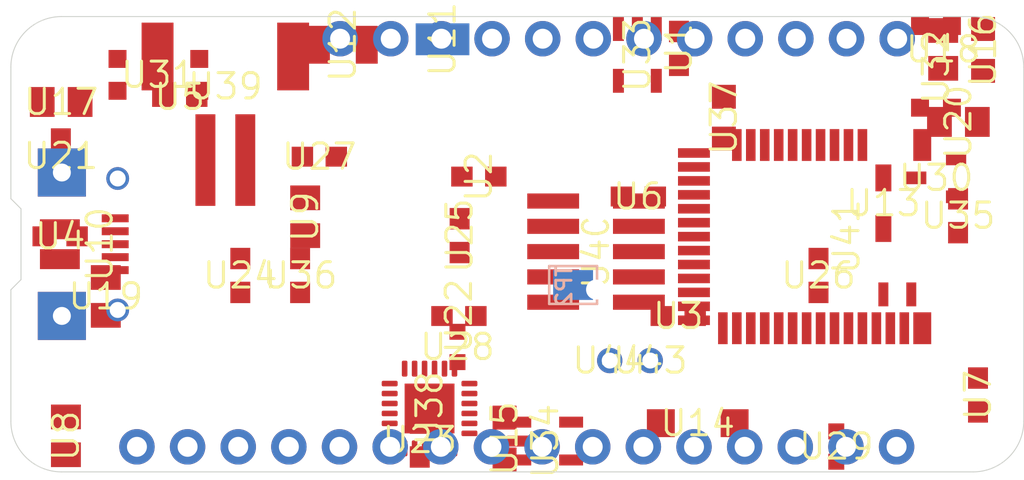
<source format=kicad_pcb>
 ( kicad_pcb  ( version 20171130 )
 ( host pcbnew "(5.1.4-0-10_14)" )
 ( general  ( thickness 1.6 )
 ( drawings 12 )
 ( tracks 0 )
 ( zones 0 )
 ( modules 46 )
 ( nets 70 )
)
 ( page A4 )
 ( layers  ( 0 Top signal )
 ( 31 Bottom signal )
 ( 32 B.Adhes user )
 ( 33 F.Adhes user hide )
 ( 34 B.Paste user )
 ( 35 F.Paste user )
 ( 36 B.SilkS user hide )
 ( 37 F.SilkS user )
 ( 38 B.Mask user )
 ( 39 F.Mask user hide )
 ( 40 Dwgs.User user )
 ( 41 Cmts.User user )
 ( 42 Eco1.User user )
 ( 43 Eco2.User user )
 ( 44 Edge.Cuts user )
 ( 45 Margin user )
 ( 46 B.CrtYd user )
 ( 47 F.CrtYd user )
 ( 48 B.Fab user )
 ( 49 F.Fab user )
)
 ( setup  ( last_trace_width 0.25 )
 ( trace_clearance 0.2 )
 ( zone_clearance 0.254 )
 ( zone_45_only no )
 ( trace_min 0.2 )
 ( via_size 0.8 )
 ( via_drill 0.4 )
 ( via_min_size 0.4 )
 ( via_min_drill 0.3 )
 ( uvia_size 0.3 )
 ( uvia_drill 0.1 )
 ( uvias_allowed yes )
 ( uvia_min_size 0.2 )
 ( uvia_min_drill 0.1 )
 ( edge_width 0.05 )
 ( segment_width 0.2 )
 ( pcb_text_width 0.3 )
 ( pcb_text_size 1.5 1.5 )
 ( mod_edge_width 0.12 )
 ( mod_text_size 1 1 )
 ( mod_text_width 0.15 )
 ( pad_size 2.413 2.413 )
 ( pad_drill 0.9 )
 ( pad_to_mask_clearance 0.051 )
 ( solder_mask_min_width 0.25 )
 ( aux_axis_origin 0 0 )
 ( visible_elements FFFFFF7F )
 ( pcbplotparams  ( layerselection 0x010fc_ffffffff )
 ( usegerberextensions false )
 ( usegerberattributes false )
 ( usegerberadvancedattributes false )
 ( creategerberjobfile false )
 ( excludeedgelayer true )
 ( linewidth 0.100000 )
 ( plotframeref false )
 ( viasonmask false )
 ( mode 1 )
 ( useauxorigin false )
 ( hpglpennumber 1 )
 ( hpglpenspeed 20 )
 ( hpglpendiameter 15.000000 )
 ( psnegative false )
 ( psa4output false )
 ( plotreference true )
 ( plotvalue true )
 ( plotinvisibletext false )
 ( padsonsilk false )
 ( subtractmaskfromsilk false )
 ( outputformat 1 )
 ( mirror false )
 ( drillshape 1 )
 ( scaleselection 1 )
 ( outputdirectory "" )
)
)
 ( net 0 "" )
 ( net 1 GND )
 ( net 2 3.3V )
 ( net 3 VBAT )
 ( net 4 VBUS )
 ( net 5 /RESET )
 ( net 6 /DFU )
 ( net 7 /TXD )
 ( net 8 /RXD )
 ( net 9 /MISO )
 ( net 10 /MOSI )
 ( net 11 /SCK )
 ( net 12 /A5/0.29 )
 ( net 13 /A4/0.28 )
 ( net 14 /A3/0.05 )
 ( net 15 /A2/0.04 )
 ( net 16 /A1/0.03 )
 ( net 17 /A0/0.02 )
 ( net 18 /SDA )
 ( net 19 /SCL )
 ( net 20 /P0.27 )
 ( net 21 /A6/P0.30 )
 ( net 22 /A7/P0.31 )
 ( net 23 /P0.11 )
 ( net 24 /P0.07 )
 ( net 25 /P0.15 )
 ( net 26 /P0.16 )
 ( net 27 /EN )
 ( net 28 "Net-(U1-Pad41)" )
 ( net 29 "Net-(U1-Pad40)" )
 ( net 30 /FRST )
 ( net 31 /SWDIO )
 ( net 32 /SWCLK )
 ( net 33 /LED2 )
 ( net 34 /SWO )
 ( net 35 /LED1 )
 ( net 36 /P0.10/NFC2 )
 ( net 37 /P0.09/NFC1 )
 ( net 38 "Net-(C2-Pad1)" )
 ( net 39 "Net-(C1-Pad1)" )
 ( net 40 "Net-(L2-Pad2)" )
 ( net 41 "Net-(C4-Pad1)" )
 ( net 42 "Net-(X1-Pad8)" )
 ( net 43 "Net-(D1-PadA)" )
 ( net 44 "Net-(D2-PadA)" )
 ( net 45 "Net-(R8-Pad1)" )
 ( net 46 "Net-(R3-Pad2)" )
 ( net 47 "Net-(C6-Pad1)" )
 ( net 48 "Net-(U2-Pad4)" )
 ( net 49 "Net-(X3-PadID)" )
 ( net 50 /USBD+ )
 ( net 51 /USBD- )
 ( net 52 "Net-(U4-Pad24)" )
 ( net 53 /DTR )
 ( net 54 "Net-(U4-Pad22)" )
 ( net 55 "Net-(R9-Pad1)" )
 ( net 56 "Net-(U4-Pad19)" )
 ( net 57 "Net-(U4-Pad18)" )
 ( net 58 "Net-(U4-Pad17)" )
 ( net 59 "Net-(C7-Pad1)" )
 ( net 60 "Net-(U4-Pad15)" )
 ( net 61 "Net-(U4-Pad14)" )
 ( net 62 "Net-(U4-Pad13)" )
 ( net 63 "Net-(U4-Pad12)" )
 ( net 64 "Net-(U4-Pad11)" )
 ( net 65 "Net-(U4-Pad10)" )
 ( net 66 "Net-(U4-Pad9)" )
 ( net 67 "Net-(U4-Pad1)" )
 ( net 68 "Net-(C11-Pad1)" )
 ( net 69 "Net-(CHG1-PadC)" )
 ( net_class Default "This is the default net class."  ( clearance 0.2 )
 ( trace_width 0.25 )
 ( via_dia 0.8 )
 ( via_drill 0.4 )
 ( uvia_dia 0.3 )
 ( uvia_drill 0.1 )
 ( add_net /A0/0.02 )
 ( add_net /A1/0.03 )
 ( add_net /A2/0.04 )
 ( add_net /A3/0.05 )
 ( add_net /A4/0.28 )
 ( add_net /A5/0.29 )
 ( add_net /A6/P0.30 )
 ( add_net /A7/P0.31 )
 ( add_net /DFU )
 ( add_net /DTR )
 ( add_net /EN )
 ( add_net /FRST )
 ( add_net /LED1 )
 ( add_net /LED2 )
 ( add_net /MISO )
 ( add_net /MOSI )
 ( add_net /P0.07 )
 ( add_net /P0.09/NFC1 )
 ( add_net /P0.10/NFC2 )
 ( add_net /P0.11 )
 ( add_net /P0.15 )
 ( add_net /P0.16 )
 ( add_net /P0.27 )
 ( add_net /RESET )
 ( add_net /RXD )
 ( add_net /SCK )
 ( add_net /SCL )
 ( add_net /SDA )
 ( add_net /SWCLK )
 ( add_net /SWDIO )
 ( add_net /SWO )
 ( add_net /TXD )
 ( add_net /USBD+ )
 ( add_net /USBD- )
 ( add_net 3.3V )
 ( add_net GND )
 ( add_net "Net-(C1-Pad1)" )
 ( add_net "Net-(C11-Pad1)" )
 ( add_net "Net-(C2-Pad1)" )
 ( add_net "Net-(C4-Pad1)" )
 ( add_net "Net-(C6-Pad1)" )
 ( add_net "Net-(C7-Pad1)" )
 ( add_net "Net-(CHG1-PadC)" )
 ( add_net "Net-(D1-PadA)" )
 ( add_net "Net-(D2-PadA)" )
 ( add_net "Net-(L2-Pad2)" )
 ( add_net "Net-(R3-Pad2)" )
 ( add_net "Net-(R8-Pad1)" )
 ( add_net "Net-(R9-Pad1)" )
 ( add_net "Net-(U1-Pad40)" )
 ( add_net "Net-(U1-Pad41)" )
 ( add_net "Net-(U2-Pad4)" )
 ( add_net "Net-(U4-Pad1)" )
 ( add_net "Net-(U4-Pad10)" )
 ( add_net "Net-(U4-Pad11)" )
 ( add_net "Net-(U4-Pad12)" )
 ( add_net "Net-(U4-Pad13)" )
 ( add_net "Net-(U4-Pad14)" )
 ( add_net "Net-(U4-Pad15)" )
 ( add_net "Net-(U4-Pad17)" )
 ( add_net "Net-(U4-Pad18)" )
 ( add_net "Net-(U4-Pad19)" )
 ( add_net "Net-(U4-Pad22)" )
 ( add_net "Net-(U4-Pad24)" )
 ( add_net "Net-(U4-Pad9)" )
 ( add_net "Net-(X1-Pad8)" )
 ( add_net "Net-(X3-PadID)" )
 ( add_net VBAT )
 ( add_net VBUS )
)
 ( module MS1 locked  ( layer Top )
 ( tedit 5ECEFCF5 )
 ( tstamp 5ECF00CD )
 ( at 148.450000 115.270000 )
 ( fp_text reference MS1  ( at -23.876 11.176 )
 ( layer F.SilkS )
hide  ( effects  ( font  ( size 1.27 1.27 )
 ( thickness 0.15 )
)
)
)
 ( fp_text value ""  ( at 0 0 )
 ( layer F.SilkS )
 ( effects  ( font  ( size 1.27 1.27 )
 ( thickness 0.15 )
)
)
)
 ( fp_poly  ( pts  ( xy 20 -1.05 )
 ( xy -20 -1.1 )
 ( xy -20 0.8 )
 ( xy 20 0.85 )
)
 ( layer F.CrtYd )
 ( width 0.1 )
)
 ( fp_poly  ( pts  ( xy 20 -1.05 )
 ( xy -20 -1.1 )
 ( xy -20 0.8 )
 ( xy 20 0.85 )
)
 ( layer B.CrtYd )
 ( width 0.1 )
)
 ( pad 1 thru_hole circle  ( at -19.026 -0.094 )
 ( size 1.778 1.778 )
 ( drill 1 )
 ( layers *.Cu *.Mask )
 ( net 5 /RESET )
 ( solder_mask_margin 0.0508 )
)
 ( pad 2 thru_hole circle  ( at -16.486 -0.094 )
 ( size 1.778 1.778 )
 ( drill 1 )
 ( layers *.Cu *.Mask )
 ( net 2 3.3V )
 ( solder_mask_margin 0.0508 )
)
 ( pad 3 thru_hole circle  ( at -13.946 -0.094 )
 ( size 1.778 1.778 )
 ( drill 1 )
 ( layers *.Cu *.Mask )
 ( net 2 3.3V )
 ( solder_mask_margin 0.0508 )
)
 ( pad 4 thru_hole circle  ( at -11.406 -0.094 )
 ( size 1.778 1.778 )
 ( drill 1 )
 ( layers *.Cu *.Mask )
 ( net 1 GND )
 ( solder_mask_margin 0.0508 )
)
 ( pad 16 thru_hole circle  ( at 19.074 -0.094 )
 ( size 1.778 1.778 )
 ( drill 1 )
 ( layers *.Cu *.Mask )
 ( net 6 /DFU )
 ( solder_mask_margin 0.0508 )
)
 ( pad 15 thru_hole circle  ( at 16.534 -0.094 )
 ( size 1.778 1.778 )
 ( drill 1 )
 ( layers *.Cu *.Mask )
 ( net 7 /TXD )
 ( solder_mask_margin 0.0508 )
)
 ( pad 14 thru_hole circle  ( at 13.994 -0.094 )
 ( size 1.778 1.778 )
 ( drill 1 )
 ( layers *.Cu *.Mask )
 ( net 8 /RXD )
 ( solder_mask_margin 0.0508 )
)
 ( pad 13 thru_hole circle  ( at 11.454 -0.094 )
 ( size 1.778 1.778 )
 ( drill 1 )
 ( layers *.Cu *.Mask )
 ( net 9 /MISO )
 ( solder_mask_margin 0.0508 )
)
 ( pad 12 thru_hole circle  ( at 8.914 -0.094 )
 ( size 1.778 1.778 )
 ( drill 1 )
 ( layers *.Cu *.Mask )
 ( net 10 /MOSI )
 ( solder_mask_margin 0.0508 )
)
 ( pad 11 thru_hole circle  ( at 6.374 -0.094 )
 ( size 1.778 1.778 )
 ( drill 1 )
 ( layers *.Cu *.Mask )
 ( net 11 /SCK )
 ( solder_mask_margin 0.0508 )
)
 ( pad 10 thru_hole circle  ( at 3.834 -0.094 )
 ( size 1.778 1.778 )
 ( drill 1 )
 ( layers *.Cu *.Mask )
 ( net 12 /A5/0.29 )
 ( solder_mask_margin 0.0508 )
)
 ( pad 9 thru_hole circle  ( at 1.294 -0.094 )
 ( size 1.778 1.778 )
 ( drill 1 )
 ( layers *.Cu *.Mask )
 ( net 13 /A4/0.28 )
 ( solder_mask_margin 0.0508 )
)
 ( pad 8 thru_hole circle  ( at -1.246 -0.094 )
 ( size 1.778 1.778 )
 ( drill 1 )
 ( layers *.Cu *.Mask )
 ( net 14 /A3/0.05 )
 ( solder_mask_margin 0.0508 )
)
 ( pad 7 thru_hole circle  ( at -3.786 -0.094 )
 ( size 1.778 1.778 )
 ( drill 1 )
 ( layers *.Cu *.Mask )
 ( net 15 /A2/0.04 )
 ( solder_mask_margin 0.0508 )
)
 ( pad 6 thru_hole circle  ( at -6.326 -0.094 )
 ( size 1.778 1.778 )
 ( drill 1 )
 ( layers *.Cu *.Mask )
 ( net 16 /A1/0.03 )
 ( solder_mask_margin 0.0508 )
)
 ( pad 5 thru_hole circle  ( at -8.866 -0.094 )
 ( size 1.778 1.778 )
 ( drill 1 )
 ( layers *.Cu *.Mask )
 ( net 17 /A0/0.02 )
 ( solder_mask_margin 0.0508 )
)
)
 ( module MS2 locked  ( layer Top )
 ( tedit 5ECEFC9F )
 ( tstamp 5ECEFD2A )
 ( at 153.580000 94.650000 )
 ( fp_text reference MS2  ( at -23.876 11.176 )
 ( layer F.SilkS )
hide  ( effects  ( font  ( size 1.27 1.27 )
 ( thickness 0.15 )
)
)
)
 ( fp_text value ""  ( at -0.1 0.2 )
 ( layer F.SilkS )
 ( effects  ( font  ( size 1.27 1.27 )
 ( thickness 0.15 )
)
)
)
 ( fp_poly  ( pts  ( xy 14.9 -0.9 )
 ( xy -14.85 -0.9 )
 ( xy -14.85 0.95 )
 ( xy 14.9 0.95 )
)
 ( layer F.CrtYd )
 ( width 0.1 )
)
 ( fp_poly  ( pts  ( xy 14.9 -0.9 )
 ( xy -14.85 -0.9 )
 ( xy -14.85 0.95 )
 ( xy 14.9 0.95 )
)
 ( layer B.CrtYd )
 ( width 0.1 )
)
 ( pad 17 thru_hole circle  ( at 13.974 0.036 )
 ( size 1.778 1.778 )
 ( drill 1 )
 ( layers *.Cu *.Mask )
 ( net 18 /SDA )
 ( solder_mask_margin 0.0508 )
)
 ( pad 18 thru_hole circle  ( at 11.434 0.036 )
 ( size 1.778 1.778 )
 ( drill 1 )
 ( layers *.Cu *.Mask )
 ( net 19 /SCL )
 ( solder_mask_margin 0.0508 )
)
 ( pad 19 thru_hole circle  ( at 8.894 0.036 )
 ( size 1.778 1.778 )
 ( drill 1 )
 ( layers *.Cu *.Mask )
 ( net 20 /P0.27 )
 ( solder_mask_margin 0.0508 )
)
 ( pad 20 thru_hole circle  ( at 6.354 0.036 )
 ( size 1.778 1.778 )
 ( drill 1 )
 ( layers *.Cu *.Mask )
 ( net 21 /A6/P0.30 )
 ( solder_mask_margin 0.0508 )
)
 ( pad 21 thru_hole circle  ( at 3.814 0.036 )
 ( size 1.778 1.778 )
 ( drill 1 )
 ( layers *.Cu *.Mask )
 ( net 22 /A7/P0.31 )
 ( solder_mask_margin 0.0508 )
)
 ( pad 22 thru_hole circle  ( at 1.274 0.036 )
 ( size 1.778 1.778 )
 ( drill 1 )
 ( layers *.Cu *.Mask )
 ( net 23 /P0.11 )
 ( solder_mask_margin 0.0508 )
)
 ( pad 23 thru_hole circle  ( at -1.266 0.036 )
 ( size 1.778 1.778 )
 ( drill 1 )
 ( layers *.Cu *.Mask )
 ( net 24 /P0.07 )
 ( solder_mask_margin 0.0508 )
)
 ( pad 24 thru_hole circle  ( at -3.806 0.036 )
 ( size 1.778 1.778 )
 ( drill 1 )
 ( layers *.Cu *.Mask )
 ( net 25 /P0.15 )
 ( solder_mask_margin 0.0508 )
)
 ( pad 25 thru_hole circle  ( at -6.346 0.036 )
 ( size 1.778 1.778 )
 ( drill 1 )
 ( layers *.Cu *.Mask )
 ( net 26 /P0.16 )
 ( solder_mask_margin 0.0508 )
)
 ( pad 26 thru_hole circle  ( at -8.886 0.036 )
 ( size 1.778 1.778 )
 ( drill 1 )
 ( layers *.Cu *.Mask )
 ( net 4 VBUS )
 ( solder_mask_margin 0.0508 )
)
 ( pad 27 thru_hole circle  ( at -11.426 0.036 )
 ( size 1.778 1.778 )
 ( drill 1 )
 ( layers *.Cu *.Mask )
 ( net 27 /EN )
 ( solder_mask_margin 0.0508 )
)
 ( pad 28 thru_hole circle  ( at -13.966 0.036 )
 ( size 1.778 1.778 )
 ( drill 1 )
 ( layers *.Cu *.Mask )
 ( net 3 VBAT )
 ( solder_mask_margin 0.0508 )
)
)
 ( module "Adafruit nRF52 Bluefruit Feather:JSTPH2" locked  ( layer Top )
 ( tedit 5DD6DA47 )
 ( tstamp 5DD6D218 )
 ( at 133.858000 98.602800 )
 ( fp_text reference U39  ( at 0 -1.524 )
 ( layer F.SilkS )
 ( effects  ( font  ( size 1.27 1.27 )
 ( thickness 0.15 )
)
)
)
 ( fp_text value ""  ( at 0 -1.524 )
 ( layer F.SilkS )
 ( effects  ( font  ( size 1.27 1.27 )
 ( thickness 0.15 )
)
)
)
 ( fp_poly  ( pts  ( xy 4 -4.524 )
 ( xy 4.0132 2.9972 )
 ( xy 3.2004 2.9972 )
 ( xy 3.2004 0.4318 )
 ( xy -3.2004 0.4318 )
 ( xy -3.2004 2.9718 )
 ( xy -3.9878 2.9718 )
 ( xy -3.9878 -4.5466 )
)
 ( layer F.CrtYd )
 ( width 0.1 )
)
 ( pad NC2 smd rect  ( at 3.4 -3.024 90.000000 )
 ( size 3.4 1.6 )
 ( layers Top F.Mask F.Paste )
 ( solder_mask_margin 0.0508 )
)
 ( pad NC1 smd rect  ( at -3.4 -3.024 90.000000 )
 ( size 3.4 1.6 )
 ( layers Top F.Mask F.Paste )
 ( solder_mask_margin 0.0508 )
)
 ( pad 2 smd rect  ( at 1 2.176 )
 ( size 1 4.6 )
 ( layers Top F.Mask F.Paste )
 ( net 3 VBAT )
 ( solder_mask_margin 0.0508 )
)
 ( pad 1 smd rect  ( at -1 2.176 )
 ( size 1 4.6 )
 ( layers Top F.Mask F.Paste )
 ( net 1 GND )
 ( solder_mask_margin 0.0508 )
)
)
 ( module "Adafruit nRF52 Bluefruit Feather:4UCONN_20329_V2" locked  ( layer Top )
 ( tedit 5DD6E28E )
 ( tstamp 5DD6D241 )
 ( at 125.526800 105.003600 270.000000 )
 ( fp_text reference U10  ( at 0 -2.032 90 )
 ( layer F.SilkS )
 ( effects  ( font  ( size 1.27 1.27 )
 ( thickness 0.15 )
)
)
)
 ( fp_text value ""  ( at 0 -2.032 90 )
 ( layer F.SilkS )
 ( effects  ( font  ( size 1.27 1.27 )
 ( thickness 0.15 )
)
)
)
 ( fp_poly  ( pts  ( xy 4.953 2.921 )
 ( xy -4.826 2.921 )
 ( xy -4.826 -3.048 )
 ( xy 4.953 -3.048 )
)
 ( layer F.CrtYd )
 ( width 0.1 )
)
 ( pad BASE@2 smd rect  ( at 0.75 -0.032 )
 ( size 2 1 )
 ( layers Top F.Mask F.Paste )
 ( net 1 GND )
 ( solder_mask_margin 0.0508 )
)
 ( pad BASE@1 smd rect  ( at -0.75 -0.032 )
 ( size 2 1 )
 ( layers Top F.Mask F.Paste )
 ( net 1 GND )
 ( solder_mask_margin 0.0508 )
)
 ( pad GND smd rect  ( at 1.3 -2.807 270.000000 )
 ( size 0.4 1.35 )
 ( layers Top )
 ( net 1 GND )
 ( solder_mask_margin 0.0508 )
)
 ( pad ID smd rect  ( at 0.65 -2.807 270.000000 )
 ( size 0.4 1.35 )
 ( layers Top )
 ( net 49 "Net-(X3-PadID)" )
 ( solder_mask_margin 0.0508 )
)
 ( pad D+ smd rect  ( at 0 -2.807 270.000000 )
 ( size 0.4 1.35 )
 ( layers Top )
 ( net 50 /USBD+ )
 ( solder_mask_margin 0.0508 )
)
 ( pad D- smd rect  ( at -0.65 -2.807 270.000000 )
 ( size 0.4 1.35 )
 ( layers Top )
 ( net 51 /USBD- )
 ( solder_mask_margin 0.0508 )
)
 ( pad VBUS smd rect  ( at -1.3 -2.807 270.000000 )
 ( size 0.4 1.35 )
 ( layers Top )
 ( net 4 VBUS )
 ( solder_mask_margin 0.0508 )
)
 ( pad SPRT@2 thru_hole circle  ( at 3.3 -2.932 270.000000 )
 ( size 1.143 1.143 )
 ( drill 0.8 )
 ( layers *.Cu *.Mask )
 ( net 1 GND )
 ( solder_mask_margin 0.0508 )
)
 ( pad SPRT@1 thru_hole circle  ( at -3.3 -2.932 90.000000 )
 ( size 1.143 1.143 )
 ( drill 0.8 )
 ( layers *.Cu *.Mask )
 ( net 1 GND )
 ( solder_mask_margin 0.0508 )
)
 ( pad SPRT@3 thru_hole rect  ( at -3.6 -0.132 )
 ( size 2.413 2.413 )
 ( drill 0.9 )
 ( layers *.Cu *.Mask )
)
 ( pad SPRT@4 thru_hole rect  ( at 3.6 -0.132 )
 ( size 2.413 2.413 )
 ( drill 0.9 )
 ( layers *.Cu *.Mask )
)
)
 ( module "Adafruit nRF52 Bluefruit Feather:0603-NO"  ( layer Top )
 ( tedit 5DD6E39B )
 ( tstamp 5DD6D33D )
 ( at 156.608000 95.171600 90.000000 )
 ( fp_text reference U1  ( at 0 0 270 )
 ( layer F.SilkS )
 ( effects  ( font  ( size 1.27 1.27 )
 ( thickness 0.15 )
)
)
)
 ( fp_text value ""  ( at 0 0 270 )
 ( layer F.SilkS )
 ( effects  ( font  ( size 1.27 1.27 )
 ( thickness 0.15 )
)
)
)
 ( fp_poly  ( pts  ( xy 1.473 0.508 )
 ( xy -1.473 0.508 )
 ( xy -1.473 -0.508 )
 ( xy 1.473 -0.508 )
)
 ( layer F.CrtYd )
 ( width 0.1 )
)
 ( pad 2 smd rect  ( at 0.85 0 90.000000 )
 ( size 1.075 1 )
 ( layers Top F.Mask F.Paste )
 ( net 53 /DTR )
 ( solder_mask_margin 0.0508 )
)
 ( pad 1 smd rect  ( at -0.85 0 90.000000 )
 ( size 1.075 1 )
 ( layers Top F.Mask F.Paste )
 ( net 68 "Net-(C11-Pad1)" )
 ( solder_mask_margin 0.0508 )
)
)
 ( module "Adafruit nRF52 Bluefruit Feather:0603-NO"  ( layer Top )
 ( tedit 5DD6E390 )
 ( tstamp 5DD6D364 )
 ( at 146.573000 101.608000 )
 ( fp_text reference U2  ( at 0 0 270 )
 ( layer F.SilkS )
 ( effects  ( font  ( size 1.27 1.27 )
 ( thickness 0.15 )
)
)
)
 ( fp_text value ""  ( at 0 0 270 )
 ( layer F.SilkS )
 ( effects  ( font  ( size 1.27 1.27 )
 ( thickness 0.15 )
)
)
)
 ( fp_poly  ( pts  ( xy 1.473 0.508 )
 ( xy -1.473 0.508 )
 ( xy -1.473 -0.508 )
 ( xy 1.473 -0.508 )
)
 ( layer F.CrtYd )
 ( width 0.1 )
)
 ( pad 2 smd rect  ( at 0.85 0 )
 ( size 1.075 1 )
 ( layers Top F.Mask F.Paste )
 ( net 8 /RXD )
 ( solder_mask_margin 0.0508 )
)
 ( pad 1 smd rect  ( at -0.85 0 )
 ( size 1.075 1 )
 ( layers Top F.Mask F.Paste )
 ( net 55 "Net-(R9-Pad1)" )
 ( solder_mask_margin 0.0508 )
)
)
 ( module "Adafruit nRF52 Bluefruit Feather:0603-NO"  ( layer Top )
 ( tedit 5DD6E361 )
 ( tstamp 5DD6D232 )
 ( at 156.573000 108.608000 180.000000 )
 ( fp_text reference U3  ( at 0 0 )
 ( layer F.SilkS )
 ( effects  ( font  ( size 1.27 1.27 )
 ( thickness 0.15 )
)
)
)
 ( fp_text value ""  ( at 0 0 )
 ( layer F.SilkS )
 ( effects  ( font  ( size 1.27 1.27 )
 ( thickness 0.15 )
)
)
)
 ( fp_poly  ( pts  ( xy 1.473 0.635 )
 ( xy -1.473 0.635 )
 ( xy -1.473 -0.635 )
 ( xy 1.473 -0.635 )
)
 ( layer F.CrtYd )
 ( width 0.1 )
)
 ( pad 2 smd rect  ( at 0.85 0 180.000000 )
 ( size 1.075 1 )
 ( layers Top F.Mask F.Paste )
 ( net 47 "Net-(C6-Pad1)" )
 ( solder_mask_margin 0.0508 )
)
 ( pad 1 smd rect  ( at -0.85 0 180.000000 )
 ( size 1.075 1 )
 ( layers Top F.Mask F.Paste )
 ( net 27 /EN )
 ( solder_mask_margin 0.0508 )
)
)
 ( module "Adafruit nRF52 Bluefruit Feather:0603-NO"  ( layer Top )
 ( tedit 5DD6E35B )
 ( tstamp 5DD6D3C1 )
 ( at 125.573000 104.608000 )
 ( fp_text reference U4  ( at 0 0 )
 ( layer F.SilkS )
 ( effects  ( font  ( size 1.27 1.27 )
 ( thickness 0.15 )
)
)
)
 ( fp_text value ""  ( at 0 0 )
 ( layer F.SilkS )
 ( effects  ( font  ( size 1.27 1.27 )
 ( thickness 0.15 )
)
)
)
 ( fp_poly  ( pts  ( xy 1.473 0.635 )
 ( xy -1.473 0.635 )
 ( xy -1.473 -0.635 )
 ( xy 1.473 -0.635 )
)
 ( layer F.CrtYd )
 ( width 0.1 )
)
 ( pad 2 smd rect  ( at 0.85 0 )
 ( size 1.075 1 )
 ( layers Top F.Mask F.Paste )
 ( net 1 GND )
 ( solder_mask_margin 0.0508 )
)
 ( pad 1 smd rect  ( at -0.85 0 )
 ( size 1.075 1 )
 ( layers Top F.Mask F.Paste )
 ( net 22 /A7/P0.31 )
 ( solder_mask_margin 0.0508 )
)
)
 ( module "Adafruit nRF52 Bluefruit Feather:0603-NO"  ( layer Top )
 ( tedit 5DD6E34E )
 ( tstamp 5DD6D1D2 )
 ( at 131.573000 97.608000 180.000000 )
 ( fp_text reference U5  ( at 0 0 )
 ( layer F.SilkS )
 ( effects  ( font  ( size 1.27 1.27 )
 ( thickness 0.15 )
)
)
)
 ( fp_text value ""  ( at 0 0 )
 ( layer F.SilkS )
 ( effects  ( font  ( size 1.27 1.27 )
 ( thickness 0.15 )
)
)
)
 ( fp_poly  ( pts  ( xy 1.473 0.508 )
 ( xy -1.473 0.508 )
 ( xy -1.473 -0.508 )
 ( xy 1.473 -0.508 )
)
 ( layer F.CrtYd )
 ( width 0.1 )
)
 ( pad 2 smd rect  ( at 0.85 0 180.000000 )
 ( size 1.075 1 )
 ( layers Top F.Mask F.Paste )
 ( net 22 /A7/P0.31 )
 ( solder_mask_margin 0.0508 )
)
 ( pad 1 smd rect  ( at -0.85 0 180.000000 )
 ( size 1.075 1 )
 ( layers Top F.Mask F.Paste )
 ( net 3 VBAT )
 ( solder_mask_margin 0.0508 )
)
)
 ( module "Adafruit nRF52 Bluefruit Feather:0603-NO"  ( layer Top )
 ( tedit 5DD6E33E )
 ( tstamp 5DD6D1E1 )
 ( at 154.573000 102.608000 180.000000 )
 ( fp_text reference U6  ( at 0 0 )
 ( layer F.SilkS )
 ( effects  ( font  ( size 1.27 1.27 )
 ( thickness 0.15 )
)
)
)
 ( fp_text value ""  ( at 0 0 )
 ( layer F.SilkS )
 ( effects  ( font  ( size 1.27 1.27 )
 ( thickness 0.15 )
)
)
)
 ( fp_poly  ( pts  ( xy 1.473 0.635 )
 ( xy -1.473 0.635 )
 ( xy -1.473 -0.635 )
 ( xy 1.473 -0.635 )
)
 ( layer F.CrtYd )
 ( width 0.1 )
)
 ( pad 2 smd rect  ( at 0.85 0 180.000000 )
 ( size 1.075 1 )
 ( layers Top F.Mask F.Paste )
 ( net 1 GND )
 ( solder_mask_margin 0.0508 )
)
 ( pad 1 smd rect  ( at -0.85 0 180.000000 )
 ( size 1.075 1 )
 ( layers Top F.Mask F.Paste )
 ( net 22 /A7/P0.31 )
 ( solder_mask_margin 0.0508 )
)
)
 ( module "Adafruit nRF52 Bluefruit Feather:0603-NO"  ( layer Top )
 ( tedit 5DD6E32C )
 ( tstamp 5DD6D311 )
 ( at 171.608000 112.573000 270.000000 )
 ( fp_text reference U7  ( at 0 0 90 )
 ( layer F.SilkS )
 ( effects  ( font  ( size 1.27 1.27 )
 ( thickness 0.15 )
)
)
)
 ( fp_text value ""  ( at 0 0 90 )
 ( layer F.SilkS )
 ( effects  ( font  ( size 1.27 1.27 )
 ( thickness 0.15 )
)
)
)
 ( fp_poly  ( pts  ( xy 1.473 0.635 )
 ( xy -1.473 0.635 )
 ( xy -1.473 -0.635 )
 ( xy 1.473 -0.635 )
)
 ( layer F.CrtYd )
 ( width 0.1 )
)
 ( pad 2 smd rect  ( at 0.85 0 270.000000 )
 ( size 1.075 1 )
 ( layers Top F.Mask F.Paste )
 ( net 1 GND )
 ( solder_mask_margin 0.0508 )
)
 ( pad 1 smd rect  ( at -0.85 0 270.000000 )
 ( size 1.075 1 )
 ( layers Top F.Mask F.Paste )
 ( net 2 3.3V )
 ( solder_mask_margin 0.0508 )
)
)
 ( module "Adafruit nRF52 Bluefruit Feather:0805-NO"  ( layer Top )
 ( tedit 5DD6E322 )
 ( tstamp 5DD6D1FA )
 ( at 125.862000 114.624000 270.000000 )
 ( fp_text reference U8  ( at 0 0 90 )
 ( layer F.SilkS )
 ( effects  ( font  ( size 1.27 1.27 )
 ( thickness 0.15 )
)
)
)
 ( fp_text value ""  ( at 0 0 90 )
 ( layer F.SilkS )
 ( effects  ( font  ( size 1.27 1.27 )
 ( thickness 0.15 )
)
)
)
 ( fp_poly  ( pts  ( xy 1.524 0.762 )
 ( xy -1.524 0.762 )
 ( xy -1.524 -0.762 )
 ( xy 1.524 -0.762 )
)
 ( layer F.CrtYd )
 ( width 0.1 )
)
 ( pad 2 smd rect  ( at 0.95 0 270.000000 )
 ( size 1.24 1.5 )
 ( layers Top F.Mask F.Paste )
 ( net 1 GND )
 ( solder_mask_margin 0.0508 )
)
 ( pad 1 smd rect  ( at -0.95 0 270.000000 )
 ( size 1.24 1.5 )
 ( layers Top F.Mask F.Paste )
 ( net 2 3.3V )
 ( solder_mask_margin 0.0508 )
)
)
 ( module "Adafruit nRF52 Bluefruit Feather:0805-NO"  ( layer Top )
 ( tedit 5DD6E315 )
 ( tstamp 5DD6D3F7 )
 ( at 137.862000 103.624000 270.000000 )
 ( fp_text reference U9  ( at 0 0 90 )
 ( layer F.SilkS )
 ( effects  ( font  ( size 1.27 1.27 )
 ( thickness 0.15 )
)
)
)
 ( fp_text value ""  ( at 0 0 90 )
 ( layer F.SilkS )
 ( effects  ( font  ( size 1.27 1.27 )
 ( thickness 0.15 )
)
)
)
 ( fp_poly  ( pts  ( xy 1.524 0.762 )
 ( xy -1.524 0.762 )
 ( xy -1.524 -0.762 )
 ( xy 1.524 -0.762 )
)
 ( layer F.CrtYd )
 ( width 0.1 )
)
 ( pad 2 smd rect  ( at 0.95 0 270.000000 )
 ( size 1.24 1.5 )
 ( layers Top F.Mask F.Paste )
 ( net 1 GND )
 ( solder_mask_margin 0.0508 )
)
 ( pad 1 smd rect  ( at -0.95 0 270.000000 )
 ( size 1.24 1.5 )
 ( layers Top F.Mask F.Paste )
 ( net 59 "Net-(C7-Pad1)" )
 ( solder_mask_margin 0.0508 )
)
)
 ( module "Adafruit nRF52 Bluefruit Feather:SOLDERJUMPER_CLOSEDWIRE"  ( layer Bottom )
 ( tedit 5DD6E25F )
 ( tstamp 5DD6D3DA )
 ( at 144.751000 94.714600 )
 ( fp_text reference U11  ( at 0 0 90 )
 ( layer F.SilkS )
 ( effects  ( font  ( size 1.27 1.27 )
 ( thickness 0.15 )
)
)
)
 ( fp_text value ""  ( at 0 0 90 )
 ( layer F.SilkS )
 ( effects  ( font  ( size 1.27 1.27 )
 ( thickness 0.15 )
)
)
)
 ( fp_poly  ( pts  ( xy 1.651 -1.016 )
 ( xy -1.651 -1.016 )
 ( xy -1.651 1.016 )
 ( xy 1.651 1.016 )
)
 ( layer B.CrtYd )
 ( width 0.1 )
)
 ( pad 2 smd rect  ( at 0.762 0 )
 ( size 1.1684 1.6002 )
 ( layers Bottom )
 ( net 68 "Net-(C11-Pad1)" )
 ( solder_mask_margin 0.0508 )
)
 ( pad 1 smd rect  ( at -0.762 0 )
 ( size 1.1684 1.6002 )
 ( layers Bottom )
 ( net 5 /RESET )
 ( solder_mask_margin 0.0508 )
)
)
 ( module "Adafruit nRF52 Bluefruit Feather:PAD-1.5X2.0"  ( layer Bottom )
 ( tedit 5DD6E027 )
 ( tstamp 5DD6D373 )
 ( at 151.300000 107.050000 90.000000 )
 ( descr "1.5 x 2.0mm SMT pad (no solder paste)" )
 ( path /FA3D1D6B )
 ( fp_text reference TP2  ( at 1.1 0 270 )
 ( layer B.SilkS )
 ( effects  ( font  ( size 0.77216 0.77216 )
 ( thickness 0.138988 )
)
 ( justify left bottom mirror )
)
)
 ( fp_text value FRST  ( at 1.1 -0.7 270 )
 ( layer B.Fab )
 ( effects  ( font  ( size 0.38608 0.38608 )
 ( thickness 0.038608 )
)
 ( justify left bottom mirror )
)
)
 ( fp_line  ( start -0.95 -1.2 )
 ( end -0.95 1.2 )
 ( layer B.SilkS )
 ( width 0.127 )
)
 ( fp_line  ( start 0.95 -1.2 )
 ( end -0.95 -1.2 )
 ( layer B.SilkS )
 ( width 0.127 )
)
 ( fp_line  ( start 0.95 1.2 )
 ( end 0.95 -1.2 )
 ( layer B.SilkS )
 ( width 0.127 )
)
 ( fp_line  ( start -0.95 1.2 )
 ( end 0.95 1.2 )
 ( layer B.SilkS )
 ( width 0.127 )
)
 ( fp_poly  ( pts  ( xy 0.95 -1.2 )
 ( xy -0.95 -1.2 )
 ( xy -0.95 1.2 )
 ( xy 0.95 1.2 )
)
 ( layer B.CrtYd )
 ( width 0.1 )
)
 ( pad P$1 smd rect  ( at 0 0 90.000000 )
 ( size 1.5 2 )
 ( layers Bottom )
 ( net 30 /FRST )
 ( solder_mask_margin 0.0508 )
)
)
 ( module "Adafruit nRF52 Bluefruit Feather:XTAL3215"  ( layer Top )
 ( tedit 5DD6DEBE )
 ( tstamp 5DD6D3AC )
 ( at 139.751000 94.989000 )
 ( fp_text reference U12  ( at 0 0 90 )
 ( layer F.SilkS )
 ( effects  ( font  ( size 1.27 1.27 )
 ( thickness 0.15 )
)
)
)
 ( fp_text value ""  ( at 0 0 90 )
 ( layer F.SilkS )
 ( effects  ( font  ( size 1.27 1.27 )
 ( thickness 0.15 )
)
)
)
 ( fp_poly  ( pts  ( xy 1.651 0.889 )
 ( xy -1.651 0.889 )
 ( xy -1.651 -0.889 )
 ( xy 1.651 -0.889 )
)
 ( layer F.CrtYd )
 ( width 0.1 )
)
 ( pad P$2 smd rect  ( at -1.2 0 180.000000 )
 ( size 1.1 1.9 )
 ( layers Top F.Mask F.Paste )
 ( net 38 "Net-(C2-Pad1)" )
 ( solder_mask_margin 0.0508 )
)
 ( pad P$1 smd rect  ( at 1.2 0 )
 ( size 1.1 1.9 )
 ( layers Top F.Mask F.Paste )
 ( net 39 "Net-(C1-Pad1)" )
 ( solder_mask_margin 0.0508 )
)
)
 ( module "Adafruit nRF52 Bluefruit Feather:SOD-323"  ( layer Top )
 ( tedit 5DD6DE68 )
 ( tstamp 5DD6D320 )
 ( at 166.862000 102.945000 90.000000 )
 ( fp_text reference U13  ( at 0 0 180 )
 ( layer F.SilkS )
 ( effects  ( font  ( size 1.27 1.27 )
 ( thickness 0.15 )
)
)
)
 ( fp_text value ""  ( at 0 0 180 )
 ( layer F.SilkS )
 ( effects  ( font  ( size 1.27 1.27 )
 ( thickness 0.15 )
)
)
)
 ( fp_poly  ( pts  ( xy 1.524 0.762 )
 ( xy -1.524 0.762 )
 ( xy -1.524 -0.762 )
 ( xy 1.524 -0.762 )
)
 ( layer F.CrtYd )
 ( width 0.1 )
)
 ( pad A smd rect  ( at 1.27 0 90.000000 )
 ( size 1.35 0.8 )
 ( layers Top F.Mask F.Paste )
 ( net 5 /RESET )
 ( solder_mask_margin 0.0508 )
)
 ( pad C smd rect  ( at -1.27 0 90.000000 )
 ( size 1.35 0.8 )
 ( layers Top F.Mask F.Paste )
 ( net 2 3.3V )
 ( solder_mask_margin 0.0508 )
)
)
 ( module "Adafruit nRF52 Bluefruit Feather:SOD-123"  ( layer Top )
 ( tedit 5DD6DDF8 )
 ( tstamp 5DD6D37B )
 ( at 157.550000 113.989000 )
 ( fp_text reference U14  ( at 0 0 180 )
 ( layer F.SilkS )
 ( effects  ( font  ( size 1.27 1.27 )
 ( thickness 0.15 )
)
)
)
 ( fp_text value ""  ( at 0 0 180 )
 ( layer F.SilkS )
 ( effects  ( font  ( size 1.27 1.27 )
 ( thickness 0.15 )
)
)
)
 ( fp_poly  ( pts  ( xy 2.032 0.889 )
 ( xy -1.778 0.889 )
 ( xy -1.778 -0.889 )
 ( xy 2.032 -0.889 )
)
 ( layer F.CrtYd )
 ( width 0.1 )
)
 ( pad A smd rect  ( at 1.85 0 90.000000 )
 ( size 1.4 1.4 )
 ( layers Top F.Mask F.Paste )
 ( net 4 VBUS )
 ( solder_mask_margin 0.0508 )
)
 ( pad C smd rect  ( at -1.85 0 90.000000 )
 ( size 1.4 1.4 )
 ( layers Top F.Mask F.Paste )
 ( net 47 "Net-(C6-Pad1)" )
 ( solder_mask_margin 0.0508 )
)
)
 ( module "Adafruit nRF52 Bluefruit Feather:CHIPLED_0805_NOOUTLINE"  ( layer Top )
 ( tedit 5DD6DDE2 )
 ( tstamp 5DD6D191 )
 ( at 147.862000 114.758600 180.000000 )
 ( fp_text reference U15  ( at 0 0 270 )
 ( layer F.SilkS )
 ( effects  ( font  ( size 1.27 1.27 )
 ( thickness 0.15 )
)
)
)
 ( fp_text value ""  ( at 0 0 270 )
 ( layer F.SilkS )
 ( effects  ( font  ( size 1.27 1.27 )
 ( thickness 0.15 )
)
)
)
 ( fp_poly  ( pts  ( xy 0.762 1.524 )
 ( xy -0.762 1.524 )
 ( xy -0.762 -1.397 )
 ( xy 0.762 -1.397 )
)
 ( layer F.CrtYd )
 ( width 0.1 )
)
 ( pad A smd rect  ( at 0 1.05 180.000000 )
 ( size 1.2 1.2 )
 ( layers Top F.Mask F.Paste )
 ( net 4 VBUS )
 ( solder_mask_margin 0.0508 )
)
 ( pad C smd rect  ( at 0 -1.05 180.000000 )
 ( size 1.2 1.2 )
 ( layers Top F.Mask F.Paste )
 ( net 69 "Net-(CHG1-PadC)" )
 ( solder_mask_margin 0.0508 )
)
)
 ( module "Adafruit nRF52 Bluefruit Feather:CHIPLED_0805_NOOUTLINE"  ( layer Top )
 ( tedit 5DD6DDD4 )
 ( tstamp 5DD6D114 )
 ( at 171.862000 95.248600 180.000000 )
 ( fp_text reference U16  ( at 0 0 90 )
 ( layer F.SilkS )
 ( effects  ( font  ( size 1.27 1.27 )
 ( thickness 0.15 )
)
)
)
 ( fp_text value ""  ( at 0 0 90 )
 ( layer F.SilkS )
 ( effects  ( font  ( size 1.27 1.27 )
 ( thickness 0.15 )
)
)
)
 ( fp_poly  ( pts  ( xy 0.762 1.524 )
 ( xy -0.762 1.524 )
 ( xy -0.762 -1.397 )
 ( xy 0.762 -1.397 )
)
 ( layer F.CrtYd )
 ( width 0.1 )
)
 ( pad A smd rect  ( at 0 1.05 180.000000 )
 ( size 1.2 1.2 )
 ( layers Top F.Mask F.Paste )
 ( net 43 "Net-(D1-PadA)" )
 ( solder_mask_margin 0.0508 )
)
 ( pad C smd rect  ( at 0 -1.05 180.000000 )
 ( size 1.2 1.2 )
 ( layers Top F.Mask F.Paste )
 ( net 1 GND )
 ( solder_mask_margin 0.0508 )
)
)
 ( module "Adafruit nRF52 Bluefruit Feather:0805-NO"  ( layer Top )
 ( tedit 5DD6DDA1 )
 ( tstamp 5DD6D164 )
 ( at 125.624000 97.862000 )
 ( fp_text reference U17  ( at 0 0 180 )
 ( layer F.SilkS )
 ( effects  ( font  ( size 1.27 1.27 )
 ( thickness 0.15 )
)
)
)
 ( fp_text value ""  ( at 0 0 180 )
 ( layer F.SilkS )
 ( effects  ( font  ( size 1.27 1.27 )
 ( thickness 0.15 )
)
)
)
 ( fp_poly  ( pts  ( xy 1.524 0.889 )
 ( xy -1.524 0.889 )
 ( xy -1.524 -0.889 )
 ( xy 1.524 -0.889 )
)
 ( layer F.CrtYd )
 ( width 0.1 )
)
 ( pad 2 smd rect  ( at 0.95 0 )
 ( size 1.24 1.5 )
 ( layers Top F.Mask F.Paste )
 ( net 40 "Net-(L2-Pad2)" )
 ( solder_mask_margin 0.0508 )
)
 ( pad 1 smd rect  ( at -0.95 0 )
 ( size 1.24 1.5 )
 ( layers Top F.Mask F.Paste )
 ( net 41 "Net-(C4-Pad1)" )
 ( solder_mask_margin 0.0508 )
)
)
 ( module "Adafruit nRF52 Bluefruit Feather:0805-NO"  ( layer Top )
 ( tedit 5DD6DD9D )
 ( tstamp 5DD6D10A )
 ( at 169.862000 95.222600 270.000000 )
 ( fp_text reference U18  ( at 0 0 180 )
 ( layer F.SilkS )
 ( effects  ( font  ( size 1.27 1.27 )
 ( thickness 0.15 )
)
)
)
 ( fp_text value ""  ( at 0 0 180 )
 ( layer F.SilkS )
 ( effects  ( font  ( size 1.27 1.27 )
 ( thickness 0.15 )
)
)
)
 ( fp_poly  ( pts  ( xy 1.524 0.889 )
 ( xy -1.524 0.889 )
 ( xy -1.524 -0.889 )
 ( xy 1.524 -0.889 )
)
 ( layer F.CrtYd )
 ( width 0.1 )
)
 ( pad 2 smd rect  ( at 0.95 0 270.000000 )
 ( size 1.24 1.5 )
 ( layers Top F.Mask F.Paste )
 ( net 1 GND )
 ( solder_mask_margin 0.0508 )
)
 ( pad 1 smd rect  ( at -0.95 0 270.000000 )
 ( size 1.24 1.5 )
 ( layers Top F.Mask F.Paste )
 ( net 2 3.3V )
 ( solder_mask_margin 0.0508 )
)
)
 ( module "Adafruit nRF52 Bluefruit Feather:0805-NO"  ( layer Top )
 ( tedit 5DD6DD98 )
 ( tstamp 5DD6D1F0 )
 ( at 127.862000 107.624000 90.000000 )
 ( fp_text reference U19  ( at 0 0 )
 ( layer F.SilkS )
 ( effects  ( font  ( size 1.27 1.27 )
 ( thickness 0.15 )
)
)
)
 ( fp_text value ""  ( at 0 0 )
 ( layer F.SilkS )
 ( effects  ( font  ( size 1.27 1.27 )
 ( thickness 0.15 )
)
)
)
 ( fp_poly  ( pts  ( xy 1.524 0.889 )
 ( xy -1.524 0.889 )
 ( xy -1.524 -0.889 )
 ( xy 1.524 -0.889 )
)
 ( layer F.CrtYd )
 ( width 0.1 )
)
 ( pad 2 smd rect  ( at 0.95 0 90.000000 )
 ( size 1.24 1.5 )
 ( layers Top F.Mask F.Paste )
 ( net 1 GND )
 ( solder_mask_margin 0.0508 )
)
 ( pad 1 smd rect  ( at -0.95 0 90.000000 )
 ( size 1.24 1.5 )
 ( layers Top F.Mask F.Paste )
 ( net 47 "Net-(C6-Pad1)" )
 ( solder_mask_margin 0.0508 )
)
)
 ( module "Adafruit nRF52 Bluefruit Feather:0805-NO"  ( layer Top )
 ( tedit 5DD6DD93 )
 ( tstamp 5DD6D1B9 )
 ( at 170.624000 98.862000 )
 ( fp_text reference U20  ( at 0 0 90 )
 ( layer F.SilkS )
 ( effects  ( font  ( size 1.27 1.27 )
 ( thickness 0.15 )
)
)
)
 ( fp_text value ""  ( at 0 0 90 )
 ( layer F.SilkS )
 ( effects  ( font  ( size 1.27 1.27 )
 ( thickness 0.15 )
)
)
)
 ( fp_poly  ( pts  ( xy 1.524 0.889 )
 ( xy -1.524 0.889 )
 ( xy -1.524 -0.889 )
 ( xy 1.524 -0.889 )
)
 ( layer F.CrtYd )
 ( width 0.1 )
)
 ( pad 2 smd rect  ( at 0.95 0 )
 ( size 1.24 1.5 )
 ( layers Top F.Mask F.Paste )
 ( net 1 GND )
 ( solder_mask_margin 0.0508 )
)
 ( pad 1 smd rect  ( at -0.95 0 )
 ( size 1.24 1.5 )
 ( layers Top F.Mask F.Paste )
 ( net 3 VBAT )
 ( solder_mask_margin 0.0508 )
)
)
 ( module "Adafruit nRF52 Bluefruit Feather:0603-NO"  ( layer Top )
 ( tedit 5DD6DD60 )
 ( tstamp 5DD6D1C3 )
 ( at 125.608000 100.573000 270.000000 )
 ( fp_text reference U21  ( at 0 0 )
 ( layer F.SilkS )
 ( effects  ( font  ( size 1.27 1.27 )
 ( thickness 0.15 )
)
)
)
 ( fp_text value ""  ( at 0 0 )
 ( layer F.SilkS )
 ( effects  ( font  ( size 1.27 1.27 )
 ( thickness 0.15 )
)
)
)
 ( fp_poly  ( pts  ( xy 1.473 0.729 )
 ( xy -1.473 0.729 )
 ( xy -1.473 -0.729 )
 ( xy 1.473 -0.729 )
)
 ( layer F.CrtYd )
 ( width 0.1 )
)
 ( pad 2 smd rect  ( at 0.85 0 270.000000 )
 ( size 1.075 1 )
 ( layers Top F.Mask F.Paste )
 ( net 1 GND )
 ( solder_mask_margin 0.0508 )
)
 ( pad 1 smd rect  ( at -0.85 0 270.000000 )
 ( size 1.075 1 )
 ( layers Top F.Mask F.Paste )
 ( net 45 "Net-(R8-Pad1)" )
 ( solder_mask_margin 0.0508 )
)
)
 ( module "Adafruit nRF52 Bluefruit Feather:0603-NO"  ( layer Top )
 ( tedit 5DD6DD56 )
 ( tstamp 5DD6D0FB )
 ( at 145.573000 108.608000 )
 ( fp_text reference U22  ( at 0 0 90 )
 ( layer F.SilkS )
 ( effects  ( font  ( size 1.27 1.27 )
 ( thickness 0.15 )
)
)
)
 ( fp_text value ""  ( at 0 0 90 )
 ( layer F.SilkS )
 ( effects  ( font  ( size 1.27 1.27 )
 ( thickness 0.15 )
)
)
)
 ( fp_poly  ( pts  ( xy 1.473 0.729 )
 ( xy -1.473 0.729 )
 ( xy -1.473 -0.729 )
 ( xy 1.473 -0.729 )
)
 ( layer F.CrtYd )
 ( width 0.1 )
)
 ( pad 2 smd rect  ( at 0.85 0 )
 ( size 1.075 1 )
 ( layers Top F.Mask F.Paste )
 ( net 1 GND )
 ( solder_mask_margin 0.0508 )
)
 ( pad 1 smd rect  ( at -0.85 0 )
 ( size 1.075 1 )
 ( layers Top F.Mask F.Paste )
 ( net 38 "Net-(C2-Pad1)" )
 ( solder_mask_margin 0.0508 )
)
)
 ( module "Adafruit nRF52 Bluefruit Feather:0603-NO"  ( layer Top )
 ( tedit 5DD6DD52 )
 ( tstamp 5DD6D0EC )
 ( at 143.608000 114.835600 90.000000 )
 ( fp_text reference U23  ( at 0 0 180 )
 ( layer F.SilkS )
 ( effects  ( font  ( size 1.27 1.27 )
 ( thickness 0.15 )
)
)
)
 ( fp_text value ""  ( at 0 0 180 )
 ( layer F.SilkS )
 ( effects  ( font  ( size 1.27 1.27 )
 ( thickness 0.15 )
)
)
)
 ( fp_poly  ( pts  ( xy 1.473 0.729 )
 ( xy -1.473 0.729 )
 ( xy -1.473 -0.729 )
 ( xy 1.473 -0.729 )
)
 ( layer F.CrtYd )
 ( width 0.1 )
)
 ( pad 2 smd rect  ( at 0.85 0 90.000000 )
 ( size 1.075 1 )
 ( layers Top F.Mask F.Paste )
 ( net 1 GND )
 ( solder_mask_margin 0.0508 )
)
 ( pad 1 smd rect  ( at -0.85 0 90.000000 )
 ( size 1.075 1 )
 ( layers Top F.Mask F.Paste )
 ( net 39 "Net-(C1-Pad1)" )
 ( solder_mask_margin 0.0508 )
)
)
 ( module "Adafruit nRF52 Bluefruit Feather:0603-NO"  ( layer Top )
 ( tedit 5DD6DD4E )
 ( tstamp 5DD6D32E )
 ( at 134.608000 106.573000 90.000000 )
 ( fp_text reference U24  ( at 0 0 180 )
 ( layer F.SilkS )
 ( effects  ( font  ( size 1.27 1.27 )
 ( thickness 0.15 )
)
)
)
 ( fp_text value ""  ( at 0 0 180 )
 ( layer F.SilkS )
 ( effects  ( font  ( size 1.27 1.27 )
 ( thickness 0.15 )
)
)
)
 ( fp_poly  ( pts  ( xy 1.473 0.729 )
 ( xy -1.473 0.729 )
 ( xy -1.473 -0.729 )
 ( xy 1.473 -0.729 )
)
 ( layer F.CrtYd )
 ( width 0.1 )
)
 ( pad 2 smd rect  ( at 0.85 0 90.000000 )
 ( size 1.075 1 )
 ( layers Top F.Mask F.Paste )
 ( net 2 3.3V )
 ( solder_mask_margin 0.0508 )
)
 ( pad 1 smd rect  ( at -0.85 0 90.000000 )
 ( size 1.075 1 )
 ( layers Top F.Mask F.Paste )
 ( net 5 /RESET )
 ( solder_mask_margin 0.0508 )
)
)
 ( module "Adafruit nRF52 Bluefruit Feather:0603-NO"  ( layer Top )
 ( tedit 5DD6DD44 )
 ( tstamp 5DD6D146 )
 ( at 145.608000 104.573000 90.000000 )
 ( fp_text reference U25  ( at 0 0 90 )
 ( layer F.SilkS )
 ( effects  ( font  ( size 1.27 1.27 )
 ( thickness 0.15 )
)
)
)
 ( fp_text value ""  ( at 0 0 90 )
 ( layer F.SilkS )
 ( effects  ( font  ( size 1.27 1.27 )
 ( thickness 0.15 )
)
)
)
 ( fp_poly  ( pts  ( xy 1.473 0.729 )
 ( xy -1.473 0.729 )
 ( xy -1.473 -0.729 )
 ( xy 1.473 -0.729 )
)
 ( layer F.CrtYd )
 ( width 0.1 )
)
 ( pad 2 smd rect  ( at 0.85 0 90.000000 )
 ( size 1.075 1 )
 ( layers Top F.Mask F.Paste )
 ( net 35 /LED1 )
 ( solder_mask_margin 0.0508 )
)
 ( pad 1 smd rect  ( at -0.85 0 90.000000 )
 ( size 1.075 1 )
 ( layers Top F.Mask F.Paste )
 ( net 43 "Net-(D1-PadA)" )
 ( solder_mask_margin 0.0508 )
)
)
 ( module "Adafruit nRF52 Bluefruit Feather:0603-NO"  ( layer Top )
 ( tedit 5DD6DD3E )
 ( tstamp 5DD6D39D )
 ( at 163.608000 106.573000 90.000000 )
 ( fp_text reference U26  ( at 0 0 )
 ( layer F.SilkS )
 ( effects  ( font  ( size 1.27 1.27 )
 ( thickness 0.15 )
)
)
)
 ( fp_text value ""  ( at 0 0 )
 ( layer F.SilkS )
 ( effects  ( font  ( size 1.27 1.27 )
 ( thickness 0.15 )
)
)
)
 ( fp_poly  ( pts  ( xy 1.473 0.729 )
 ( xy -1.473 0.729 )
 ( xy -1.473 -0.729 )
 ( xy 1.473 -0.729 )
)
 ( layer F.CrtYd )
 ( width 0.1 )
)
 ( pad 2 smd rect  ( at 0.85 0 90.000000 )
 ( size 1.075 1 )
 ( layers Top F.Mask F.Paste )
 ( net 4 VBUS )
 ( solder_mask_margin 0.0508 )
)
 ( pad 1 smd rect  ( at -0.85 0 90.000000 )
 ( size 1.075 1 )
 ( layers Top F.Mask F.Paste )
 ( net 1 GND )
 ( solder_mask_margin 0.0508 )
)
)
 ( module "Adafruit nRF52 Bluefruit Feather:0603-NO"  ( layer Top )
 ( tedit 5DD6DD39 )
 ( tstamp 5DD6D1AA )
 ( at 138.573000 100.608000 180.000000 )
 ( fp_text reference U27  ( at 0 0 )
 ( layer F.SilkS )
 ( effects  ( font  ( size 1.27 1.27 )
 ( thickness 0.15 )
)
)
)
 ( fp_text value ""  ( at 0 0 )
 ( layer F.SilkS )
 ( effects  ( font  ( size 1.27 1.27 )
 ( thickness 0.15 )
)
)
)
 ( fp_poly  ( pts  ( xy 1.473 0.729 )
 ( xy -1.473 0.729 )
 ( xy -1.473 -0.729 )
 ( xy 1.473 -0.729 )
)
 ( layer F.CrtYd )
 ( width 0.1 )
)
 ( pad 2 smd rect  ( at 0.85 0 180.000000 )
 ( size 1.075 1 )
 ( layers Top F.Mask F.Paste )
 ( net 46 "Net-(R3-Pad2)" )
 ( solder_mask_margin 0.0508 )
)
 ( pad 1 smd rect  ( at -0.85 0 180.000000 )
 ( size 1.075 1 )
 ( layers Top F.Mask F.Paste )
 ( net 69 "Net-(CHG1-PadC)" )
 ( solder_mask_margin 0.0508 )
)
)
 ( module "Adafruit nRF52 Bluefruit Feather:_0603MP"  ( layer Top )
 ( tedit 5DD6DCDD )
 ( tstamp 5DD6D419 )
 ( at 145.500000 110.162000 90.000000 )
 ( fp_text reference U28  ( at 0 0 180 )
 ( layer F.SilkS )
 ( effects  ( font  ( size 1.27 1.27 )
 ( thickness 0.15 )
)
)
)
 ( fp_text value ""  ( at 0 0 180 )
 ( layer F.SilkS )
 ( effects  ( font  ( size 1.27 1.27 )
 ( thickness 0.15 )
)
)
)
 ( fp_poly  ( pts  ( xy 0.8 0.4 )
 ( xy -0.8 0.4 )
 ( xy -0.8 -0.4 )
 ( xy 0.8 -0.4 )
)
 ( layer F.CrtYd )
 ( width 0.1 )
)
 ( pad 2 smd rect  ( at 0.762 0 90.000000 )
 ( size 0.8 0.8 )
 ( layers Top F.Mask F.Paste )
 ( net 1 GND )
 ( solder_mask_margin 0.0508 )
)
 ( pad 1 smd rect  ( at -0.762 0 90.000000 )
 ( size 0.8 0.8 )
 ( layers Top F.Mask F.Paste )
 ( net 36 /P0.10/NFC2 )
 ( solder_mask_margin 0.0508 )
)
)
 ( module "Adafruit nRF52 Bluefruit Feather:_0603MP"  ( layer Top )
 ( tedit 5DD6DCC0 )
 ( tstamp 5DD6D424 )
 ( at 164.500000 115.162000 90.000000 )
 ( fp_text reference U29  ( at 0 0 180 )
 ( layer F.SilkS )
 ( effects  ( font  ( size 1.27 1.27 )
 ( thickness 0.15 )
)
)
)
 ( fp_text value ""  ( at 0 0 180 )
 ( layer F.SilkS )
 ( effects  ( font  ( size 1.27 1.27 )
 ( thickness 0.15 )
)
)
)
 ( fp_poly  ( pts  ( xy 0.8 0.4 )
 ( xy -0.8 0.4 )
 ( xy -0.8 -0.4 )
 ( xy 0.8 -0.4 )
)
 ( layer F.CrtYd )
 ( width 0.1 )
)
 ( pad 2 smd rect  ( at 0.762 0 90.000000 )
 ( size 0.8 0.8 )
 ( layers Top F.Mask F.Paste )
 ( net 1 GND )
 ( solder_mask_margin 0.0508 )
)
 ( pad 1 smd rect  ( at -0.762 0 90.000000 )
 ( size 0.8 0.8 )
 ( layers Top F.Mask F.Paste )
 ( net 37 /P0.09/NFC1 )
 ( solder_mask_margin 0.0508 )
)
)
 ( module "Adafruit nRF52 Bluefruit Feather:SOT23-R"  ( layer Top )
 ( tedit 5DD6DC99 )
 ( tstamp 5DD6D38B )
 ( at 169.508000 101.672400 90.000000 )
 ( fp_text reference U30  ( at 0 0 )
 ( layer F.SilkS )
 ( effects  ( font  ( size 1.27 1.27 )
 ( thickness 0.15 )
)
)
)
 ( fp_text value ""  ( at 0 0 )
 ( layer F.SilkS )
 ( effects  ( font  ( size 1.27 1.27 )
 ( thickness 0.15 )
)
)
)
 ( fp_poly  ( pts  ( xy 1.5724 0.6604 )
 ( xy -1.5724 0.6604 )
 ( xy -1.5724 -0.6604 )
 ( xy 1.5724 -0.6604 )
)
 ( layer F.CrtYd )
 ( width 0.1 )
)
 ( pad 1 smd rect  ( at -0.95 1 90.000000 )
 ( size 0.635 1.016 )
 ( layers Top F.Mask F.Paste )
 ( net 4 VBUS )
 ( solder_mask_margin 0.0508 )
)
 ( pad 2 smd rect  ( at 0.95 1 90.000000 )
 ( size 0.635 1.016 )
 ( layers Top F.Mask F.Paste )
 ( net 47 "Net-(C6-Pad1)" )
 ( solder_mask_margin 0.0508 )
)
 ( pad 3 smd rect  ( at 0 -1 90.000000 )
 ( size 0.635 1.016 )
 ( layers Top F.Mask F.Paste )
 ( net 3 VBAT )
 ( solder_mask_margin 0.0508 )
)
)
 ( module "Adafruit nRF52 Bluefruit Feather:BTN_KMR2_4.6X2.8"  ( layer Top )
 ( tedit 5DD6DC85 )
 ( tstamp 5DD6D401 )
 ( at 130.500000 96.500000 180.000000 )
 ( fp_text reference U31  ( at 0 0 )
 ( layer F.SilkS )
 ( effects  ( font  ( size 1.27 1.27 )
 ( thickness 0.15 )
)
)
)
 ( fp_text value ""  ( at 0 0 )
 ( layer F.SilkS )
 ( effects  ( font  ( size 1.27 1.27 )
 ( thickness 0.15 )
)
)
)
 ( fp_poly  ( pts  ( xy 2.1 1.4 )
 ( xy -2.1 1.4 )
 ( xy -2.1 -1.4 )
 ( xy 2.1 -1.4 )
)
 ( layer F.CrtYd )
 ( width 0.1 )
)
 ( pad A' smd rect  ( at -2.05 -0.8 180.000000 )
 ( size 0.9 0.9 )
 ( layers Top F.Mask F.Paste )
 ( net 1 GND )
 ( solder_mask_margin 0.0508 )
)
 ( pad B' smd rect  ( at -2.05 0.8 180.000000 )
 ( size 0.9 0.9 )
 ( layers Top F.Mask F.Paste )
 ( net 6 /DFU )
 ( solder_mask_margin 0.0508 )
)
 ( pad B smd rect  ( at 2.05 0.8 180.000000 )
 ( size 0.9 0.9 )
 ( layers Top F.Mask F.Paste )
 ( net 6 /DFU )
 ( solder_mask_margin 0.0508 )
)
 ( pad A smd rect  ( at 2.05 -0.8 180.000000 )
 ( size 0.9 0.9 )
 ( layers Top F.Mask F.Paste )
 ( net 1 GND )
 ( solder_mask_margin 0.0508 )
)
)
 ( module "Adafruit nRF52 Bluefruit Feather:BTN_KMR2_4.6X2.8"  ( layer Top )
 ( tedit 5DD6DC71 )
 ( tstamp 5DD6D34C )
 ( at 169.500000 96.098600 270.000000 )
 ( fp_text reference U32  ( at 0 0 90 )
 ( layer F.SilkS )
 ( effects  ( font  ( size 1.27 1.27 )
 ( thickness 0.15 )
)
)
)
 ( fp_text value ""  ( at 0 0 90 )
 ( layer F.SilkS )
 ( effects  ( font  ( size 1.27 1.27 )
 ( thickness 0.15 )
)
)
)
 ( fp_poly  ( pts  ( xy 2.1 1.4 )
 ( xy -2.1 1.4 )
 ( xy -2.1 -1.4 )
 ( xy 2.1 -1.4 )
)
 ( layer F.CrtYd )
 ( width 0.1 )
)
 ( pad A' smd rect  ( at -2.05 -0.8 270.000000 )
 ( size 0.9 0.9 )
 ( layers Top F.Mask F.Paste )
 ( net 5 /RESET )
 ( solder_mask_margin 0.0508 )
)
 ( pad B' smd rect  ( at -2.05 0.8 270.000000 )
 ( size 0.9 0.9 )
 ( layers Top F.Mask F.Paste )
 ( net 1 GND )
 ( solder_mask_margin 0.0508 )
)
 ( pad B smd rect  ( at 2.05 0.8 270.000000 )
 ( size 0.9 0.9 )
 ( layers Top F.Mask F.Paste )
 ( net 1 GND )
 ( solder_mask_margin 0.0508 )
)
 ( pad A smd rect  ( at 2.05 -0.8 270.000000 )
 ( size 0.9 0.9 )
 ( layers Top F.Mask F.Paste )
 ( net 5 /RESET )
 ( solder_mask_margin 0.0508 )
)
)
 ( module "Adafruit nRF52 Bluefruit Feather:SOT23-5"  ( layer Top )
 ( tedit 5DD6DC5A )
 ( tstamp 5DD6D17D )
 ( at 154.522400 95.498700 180.000000 )
 ( fp_text reference U33  ( at 0 0 270 )
 ( layer F.SilkS )
 ( effects  ( font  ( size 1.27 1.27 )
 ( thickness 0.15 )
)
)
)
 ( fp_text value ""  ( at 0 0 270 )
 ( layer F.SilkS )
 ( effects  ( font  ( size 1.27 1.27 )
 ( thickness 0.15 )
)
)
)
 ( fp_poly  ( pts  ( xy 1.4224 0.8104 )
 ( xy -1.4224 0.8104 )
 ( xy -1.4224 -0.8104 )
 ( xy 1.4224 -0.8104 )
)
 ( layer F.CrtYd )
 ( width 0.1 )
)
 ( pad 5 smd rect  ( at -0.95 -1.3001 180.000000 )
 ( size 0.55 1.2 )
 ( layers Top F.Mask F.Paste )
 ( net 45 "Net-(R8-Pad1)" )
 ( solder_mask_margin 0.0508 )
)
 ( pad 4 smd rect  ( at 0.95 -1.3001 180.000000 )
 ( size 0.55 1.2 )
 ( layers Top F.Mask F.Paste )
 ( net 4 VBUS )
 ( solder_mask_margin 0.0508 )
)
 ( pad 3 smd rect  ( at 0.95 1.3001 180.000000 )
 ( size 0.55 1.2 )
 ( layers Top F.Mask F.Paste )
 ( net 3 VBAT )
 ( solder_mask_margin 0.0508 )
)
 ( pad 2 smd rect  ( at 0 1.3001 180.000000 )
 ( size 0.55 1.2 )
 ( layers Top F.Mask F.Paste )
 ( net 1 GND )
 ( solder_mask_margin 0.0508 )
)
 ( pad 1 smd rect  ( at -0.95 1.3001 180.000000 )
 ( size 0.55 1.2 )
 ( layers Top F.Mask F.Paste )
 ( net 46 "Net-(R3-Pad2)" )
 ( solder_mask_margin 0.0508 )
)
)
 ( module "Adafruit nRF52 Bluefruit Feather:SOT23-5"  ( layer Top )
 ( tedit 5DD6DC40 )
 ( tstamp 5DD6D204 )
 ( at 149.900100 114.886200 270.000000 )
 ( fp_text reference U34  ( at 0 0 90 )
 ( layer F.SilkS )
 ( effects  ( font  ( size 1.27 1.27 )
 ( thickness 0.15 )
)
)
)
 ( fp_text value ""  ( at 0 0 90 )
 ( layer F.SilkS )
 ( effects  ( font  ( size 1.27 1.27 )
 ( thickness 0.15 )
)
)
)
 ( fp_poly  ( pts  ( xy 1.4224 0.8104 )
 ( xy -1.4224 0.8104 )
 ( xy -1.4224 -0.8104 )
 ( xy 1.4224 -0.8104 )
)
 ( layer F.CrtYd )
 ( width 0.1 )
)
 ( pad 5 smd rect  ( at -0.95 -1.3001 270.000000 )
 ( size 0.55 1.2 )
 ( layers Top F.Mask F.Paste )
 ( net 2 3.3V )
 ( solder_mask_margin 0.0508 )
)
 ( pad 4 smd rect  ( at 0.95 -1.3001 270.000000 )
 ( size 0.55 1.2 )
 ( layers Top F.Mask F.Paste )
 ( net 48 "Net-(U2-Pad4)" )
 ( solder_mask_margin 0.0508 )
)
 ( pad 3 smd rect  ( at 0.95 1.3001 270.000000 )
 ( size 0.55 1.2 )
 ( layers Top F.Mask F.Paste )
 ( net 27 /EN )
 ( solder_mask_margin 0.0508 )
)
 ( pad 2 smd rect  ( at 0 1.3001 270.000000 )
 ( size 0.55 1.2 )
 ( layers Top F.Mask F.Paste )
 ( net 1 GND )
 ( solder_mask_margin 0.0508 )
)
 ( pad 1 smd rect  ( at -0.95 1.3001 270.000000 )
 ( size 0.55 1.2 )
 ( layers Top F.Mask F.Paste )
 ( net 47 "Net-(C6-Pad1)" )
 ( solder_mask_margin 0.0508 )
)
)
 ( module "Adafruit nRF52 Bluefruit Feather:0603-NO"  ( layer Top )
 ( tedit 5DD6DAB7 )
 ( tstamp 5DD6D16E )
 ( at 170.608000 103.573000 90.000000 )
 ( fp_text reference U35  ( at 0 0 )
 ( layer F.SilkS )
 ( effects  ( font  ( size 1.27 1.27 )
 ( thickness 0.15 )
)
)
)
 ( fp_text value ""  ( at 0 0 )
 ( layer F.SilkS )
 ( effects  ( font  ( size 1.27 1.27 )
 ( thickness 0.15 )
)
)
)
 ( fp_poly  ( pts  ( xy 1.4986 0.7366 )
 ( xy -1.4986 0.7366 )
 ( xy -1.4986 -0.762 )
 ( xy 1.4986 -0.762 )
)
 ( layer F.CrtYd )
 ( width 0.1 )
)
 ( pad 2 smd rect  ( at 0.85 0 90.000000 )
 ( size 1.075 1 )
 ( layers Top F.Mask F.Paste )
 ( net 1 GND )
 ( solder_mask_margin 0.0508 )
)
 ( pad 1 smd rect  ( at -0.85 0 90.000000 )
 ( size 1.075 1 )
 ( layers Top F.Mask F.Paste )
 ( net 41 "Net-(C4-Pad1)" )
 ( solder_mask_margin 0.0508 )
)
)
 ( module "Adafruit nRF52 Bluefruit Feather:0603-NO"  ( layer Top )
 ( tedit 5DD6DAAB )
 ( tstamp 5DD6D155 )
 ( at 137.608000 106.573000 270.000000 )
 ( fp_text reference U36  ( at 0 0 180 )
 ( layer F.SilkS )
 ( effects  ( font  ( size 1.27 1.27 )
 ( thickness 0.15 )
)
)
)
 ( fp_text value ""  ( at 0 0 180 )
 ( layer F.SilkS )
 ( effects  ( font  ( size 1.27 1.27 )
 ( thickness 0.15 )
)
)
)
 ( fp_poly  ( pts  ( xy 1.524 0.762 )
 ( xy -1.524 0.762 )
 ( xy -1.524 -0.762 )
 ( xy 1.524 -0.762 )
)
 ( layer F.CrtYd )
 ( width 0.1 )
)
 ( pad 2 smd rect  ( at 0.85 0 270.000000 )
 ( size 1.075 1 )
 ( layers Top F.Mask F.Paste )
 ( net 33 /LED2 )
 ( solder_mask_margin 0.0508 )
)
 ( pad 1 smd rect  ( at -0.85 0 270.000000 )
 ( size 1.075 1 )
 ( layers Top F.Mask F.Paste )
 ( net 44 "Net-(D2-PadA)" )
 ( solder_mask_margin 0.0508 )
)
)
 ( module "Adafruit nRF52 Bluefruit Feather:CHIPLED_0805_NOOUTLINE"  ( layer Top )
 ( tedit 5DD6DAA1 )
 ( tstamp 5DD6D12D )
 ( at 158.862000 98.650000 180.000000 )
 ( fp_text reference U37  ( at 0 0 270 )
 ( layer F.SilkS )
 ( effects  ( font  ( size 1.27 1.27 )
 ( thickness 0.15 )
)
)
)
 ( fp_text value ""  ( at 0 0 270 )
 ( layer F.SilkS )
 ( effects  ( font  ( size 1.27 1.27 )
 ( thickness 0.15 )
)
)
)
 ( fp_poly  ( pts  ( xy 0.762 1.778 )
 ( xy -0.762 1.778 )
 ( xy -0.762 -1.778 )
 ( xy 0.762 -1.778 )
)
 ( layer F.CrtYd )
 ( width 0.1 )
)
 ( pad A smd rect  ( at 0 1.05 180.000000 )
 ( size 1.2 1.2 )
 ( layers Top F.Mask F.Paste )
 ( net 44 "Net-(D2-PadA)" )
 ( solder_mask_margin 0.0508 )
)
 ( pad C smd rect  ( at 0 -1.05 180.000000 )
 ( size 1.2 1.2 )
 ( layers Top F.Mask F.Paste )
 ( net 1 GND )
 ( solder_mask_margin 0.0508 )
)
)
 ( module "Adafruit nRF52 Bluefruit Feather:QFN24_4MM_SMSC"  ( layer Top )
 ( tedit 5DD6DA53 )
 ( tstamp 5DD6D2E0 )
 ( at 144.100000 113.250000 270.000000 )
 ( fp_text reference U38  ( at 0 0 270 )
 ( layer F.SilkS )
 ( effects  ( font  ( size 1.27 1.27 )
 ( thickness 0.15 )
)
)
)
 ( fp_text value ""  ( at 0 0 270 )
 ( layer F.SilkS )
 ( effects  ( font  ( size 1.27 1.27 )
 ( thickness 0.15 )
)
)
)
 ( fp_poly  ( pts  ( xy 2 2 )
 ( xy -2 2 )
 ( xy -2 -2 )
 ( xy 2 -2 )
)
 ( layer F.CrtYd )
 ( width 0.1 )
)
 ( pad THERM smd rect  ( at 0 0 270.000000 )
 ( size 2.5 2.5 )
 ( layers Top )
 ( net 1 GND )
 ( solder_mask_margin 0.0508 )
)
 ( pad 24 smd roundrect  ( at -1.25 -2 180.000000 )
 ( size 0.8 0.28 )
 ( layers Top F.Mask F.Paste )
 ( roundrect_rratio 0.25 )
 ( net 52 "Net-(U4-Pad24)" )
 ( solder_mask_margin 0.0508 )
)
 ( pad 23 smd roundrect  ( at -0.75 -2 180.000000 )
 ( size 0.8 0.28 )
 ( layers Top F.Mask F.Paste )
 ( roundrect_rratio 0.25 )
 ( net 53 /DTR )
 ( solder_mask_margin 0.0508 )
)
 ( pad 22 smd roundrect  ( at -0.25 -2 180.000000 )
 ( size 0.8 0.28 )
 ( layers Top F.Mask F.Paste )
 ( roundrect_rratio 0.25 )
 ( net 54 "Net-(U4-Pad22)" )
 ( solder_mask_margin 0.0508 )
)
 ( pad 21 smd roundrect  ( at 0.25 -2 180.000000 )
 ( size 0.8 0.28 )
 ( layers Top F.Mask F.Paste )
 ( roundrect_rratio 0.25 )
 ( net 55 "Net-(R9-Pad1)" )
 ( solder_mask_margin 0.0508 )
)
 ( pad 20 smd roundrect  ( at 0.75 -2 180.000000 )
 ( size 0.8 0.28 )
 ( layers Top F.Mask F.Paste )
 ( roundrect_rratio 0.25 )
 ( net 7 /TXD )
 ( solder_mask_margin 0.0508 )
)
 ( pad 19 smd roundrect  ( at 1.25 -2 180.000000 )
 ( size 0.8 0.28 )
 ( layers Top F.Mask F.Paste )
 ( roundrect_rratio 0.25 )
 ( net 56 "Net-(U4-Pad19)" )
 ( solder_mask_margin 0.0508 )
)
 ( pad 18 smd roundrect  ( at 2 -1.25 270.000000 )
 ( size 0.8 0.28 )
 ( layers Top F.Mask F.Paste )
 ( roundrect_rratio 0.25 )
 ( net 57 "Net-(U4-Pad18)" )
 ( solder_mask_margin 0.0508 )
)
 ( pad 17 smd roundrect  ( at 2 -0.75 270.000000 )
 ( size 0.8 0.28 )
 ( layers Top F.Mask F.Paste )
 ( roundrect_rratio 0.25 )
 ( net 58 "Net-(U4-Pad17)" )
 ( solder_mask_margin 0.0508 )
)
 ( pad 16 smd roundrect  ( at 2 -0.25 270.000000 )
 ( size 0.8 0.28 )
 ( layers Top F.Mask F.Paste )
 ( roundrect_rratio 0.25 )
 ( net 59 "Net-(C7-Pad1)" )
 ( solder_mask_margin 0.0508 )
)
 ( pad 15 smd roundrect  ( at 2 0.25 270.000000 )
 ( size 0.8 0.28 )
 ( layers Top F.Mask F.Paste )
 ( roundrect_rratio 0.25 )
 ( net 60 "Net-(U4-Pad15)" )
 ( solder_mask_margin 0.0508 )
)
 ( pad 14 smd roundrect  ( at 2 0.75 270.000000 )
 ( size 0.8 0.28 )
 ( layers Top F.Mask F.Paste )
 ( roundrect_rratio 0.25 )
 ( net 61 "Net-(U4-Pad14)" )
 ( solder_mask_margin 0.0508 )
)
 ( pad 13 smd roundrect  ( at 2 1.25 270.000000 )
 ( size 0.8 0.28 )
 ( layers Top F.Mask F.Paste )
 ( roundrect_rratio 0.25 )
 ( net 62 "Net-(U4-Pad13)" )
 ( solder_mask_margin 0.0508 )
)
 ( pad 12 smd roundrect  ( at 1.25 2 )
 ( size 0.8 0.28 )
 ( layers Top F.Mask F.Paste )
 ( roundrect_rratio 0.25 )
 ( net 63 "Net-(U4-Pad12)" )
 ( solder_mask_margin 0.0508 )
)
 ( pad 11 smd roundrect  ( at 0.75 2 )
 ( size 0.8 0.28 )
 ( layers Top F.Mask F.Paste )
 ( roundrect_rratio 0.25 )
 ( net 64 "Net-(U4-Pad11)" )
 ( solder_mask_margin 0.0508 )
)
 ( pad 10 smd roundrect  ( at 0.25 2 )
 ( size 0.8 0.28 )
 ( layers Top F.Mask F.Paste )
 ( roundrect_rratio 0.25 )
 ( net 65 "Net-(U4-Pad10)" )
 ( solder_mask_margin 0.0508 )
)
 ( pad 9 smd roundrect  ( at -0.25 2 )
 ( size 0.8 0.28 )
 ( layers Top F.Mask F.Paste )
 ( roundrect_rratio 0.25 )
 ( net 66 "Net-(U4-Pad9)" )
 ( solder_mask_margin 0.0508 )
)
 ( pad 8 smd roundrect  ( at -0.75 2 )
 ( size 0.8 0.28 )
 ( layers Top F.Mask F.Paste )
 ( roundrect_rratio 0.25 )
 ( net 4 VBUS )
 ( solder_mask_margin 0.0508 )
)
 ( pad 7 smd roundrect  ( at -1.25 2 )
 ( size 0.8 0.28 )
 ( layers Top F.Mask F.Paste )
 ( roundrect_rratio 0.25 )
 ( net 2 3.3V )
 ( solder_mask_margin 0.0508 )
)
 ( pad 6 smd roundrect  ( at -2 1.25 90.000000 )
 ( size 0.8 0.28 )
 ( layers Top F.Mask F.Paste )
 ( roundrect_rratio 0.25 )
 ( net 2 3.3V )
 ( solder_mask_margin 0.0508 )
)
 ( pad 5 smd roundrect  ( at -2 0.75 90.000000 )
 ( size 0.8 0.28 )
 ( layers Top F.Mask F.Paste )
 ( roundrect_rratio 0.25 )
 ( net 2 3.3V )
 ( solder_mask_margin 0.0508 )
)
 ( pad 4 smd roundrect  ( at -2 0.25 90.000000 )
 ( size 0.8 0.28 )
 ( layers Top F.Mask F.Paste )
 ( roundrect_rratio 0.25 )
 ( net 51 /USBD- )
 ( solder_mask_margin 0.0508 )
)
 ( pad 3 smd roundrect  ( at -2 -0.25 90.000000 )
 ( size 0.8 0.28 )
 ( layers Top F.Mask F.Paste )
 ( roundrect_rratio 0.25 )
 ( net 50 /USBD+ )
 ( solder_mask_margin 0.0508 )
)
 ( pad 2 smd roundrect  ( at -2 -0.75 90.000000 )
 ( size 0.8 0.28 )
 ( layers Top F.Mask F.Paste )
 ( roundrect_rratio 0.25 )
 ( net 1 GND )
 ( solder_mask_margin 0.0508 )
)
 ( pad 1 smd roundrect  ( at -2 -1.25 90.000000 )
 ( size 0.8 0.28 )
 ( layers Top F.Mask F.Paste )
 ( roundrect_rratio 0.25 )
 ( net 67 "Net-(U4-Pad1)" )
 ( solder_mask_margin 0.0508 )
)
)
 ( module "Adafruit nRF52 Bluefruit Feather:2X05_1.27MM_BOX_POSTS"  ( layer Top )
 ( tedit 5DD6DA39 )
 ( tstamp 5DD6D0CA )
 ( at 152.450000 105.375000 90.000000 )
 ( fp_text reference U40  ( at 0 0 270 )
 ( layer F.SilkS )
 ( effects  ( font  ( size 1.27 1.27 )
 ( thickness 0.15 )
)
)
)
 ( fp_text value ""  ( at 0 0 270 )
 ( layer F.SilkS )
 ( effects  ( font  ( size 1.27 1.27 )
 ( thickness 0.15 )
)
)
)
 ( fp_poly  ( pts  ( xy 6.275 2.5 )
 ( xy -6.275 2.5 )
 ( xy -6.275 -2.5 )
 ( xy 6.275 -2.5 )
)
 ( layer F.CrtYd )
 ( width 0.1 )
)
 ( pad "" np_thru_hole circle  ( at 1.905 0 270 )
 ( size 1 1 )
 ( drill 1 )
 ( layers *.Cu *.Mask )
)
 ( pad "" np_thru_hole circle  ( at -1.905 0 270 )
 ( size 1 1 )
 ( drill 1 )
 ( layers *.Cu *.Mask )
)
 ( pad 9 smd rect  ( at 2.54 2.15 90.000000 )
 ( size 0.76 2.6 )
 ( layers Top F.Mask F.Paste )
 ( net 1 GND )
 ( solder_mask_margin 0.0508 )
)
 ( pad 7 smd rect  ( at 1.27 2.15 90.000000 )
 ( size 0.76 2.6 )
 ( layers Top F.Mask F.Paste )
 ( net 1 GND )
 ( solder_mask_margin 0.0508 )
)
 ( pad 5 smd rect  ( at 0 2.15 90.000000 )
 ( size 0.76 2.6 )
 ( layers Top F.Mask F.Paste )
 ( net 1 GND )
 ( solder_mask_margin 0.0508 )
)
 ( pad 3 smd rect  ( at -1.27 2.15 90.000000 )
 ( size 0.76 2.6 )
 ( layers Top F.Mask F.Paste )
 ( net 1 GND )
 ( solder_mask_margin 0.0508 )
)
 ( pad 1 smd rect  ( at -2.54 2.15 90.000000 )
 ( size 0.76 2.6 )
 ( layers Top F.Mask F.Paste )
 ( net 2 3.3V )
 ( solder_mask_margin 0.0508 )
)
 ( pad 10 smd rect  ( at 2.54 -2.15 90.000000 )
 ( size 0.76 2.6 )
 ( layers Top F.Mask F.Paste )
 ( net 5 /RESET )
 ( solder_mask_margin 0.0508 )
)
 ( pad 8 smd rect  ( at 1.27 -2.15 90.000000 )
 ( size 0.76 2.6 )
 ( layers Top F.Mask F.Paste )
 ( net 42 "Net-(X1-Pad8)" )
 ( solder_mask_margin 0.0508 )
)
 ( pad 6 smd rect  ( at 0 -2.15 90.000000 )
 ( size 0.76 2.6 )
 ( layers Top F.Mask F.Paste )
 ( net 34 /SWO )
 ( solder_mask_margin 0.0508 )
)
 ( pad 4 smd rect  ( at -1.27 -2.15 90.000000 )
 ( size 0.76 2.6 )
 ( layers Top F.Mask F.Paste )
 ( net 32 /SWCLK )
 ( solder_mask_margin 0.0508 )
)
 ( pad 2 smd rect  ( at -2.54 -2.15 90.000000 )
 ( size 0.76 2.6 )
 ( layers Top F.Mask F.Paste )
 ( net 31 /SWDIO )
 ( solder_mask_margin 0.0508 )
)
)
 ( module "Adafruit nRF52 Bluefruit Feather:BLE_MODULE_RAYTAC_MDBT42" locked  ( layer Top )
 ( tedit 5DD6D879 )
 ( tstamp 5DD6D087 )
 ( at 165.011099 104.622600 270.000000 )
 ( path /E76AF54A )
 ( fp_text reference U41  ( at 0 0 270 )
 ( layer F.SilkS )
 ( effects  ( font  ( size 1.27 1.27 )
 ( thickness 0.15 )
)
)
)
 ( fp_text value ""  ( at 0 0 270 )
 ( layer F.SilkS )
 ( effects  ( font  ( size 1.27 1.27 )
 ( thickness 0.15 )
)
)
)
 ( fp_poly  ( pts  ( xy 5.207 8.255 )
 ( xy -5.207 8.255 )
 ( xy -5.207 -8.255 )
 ( xy 5.207 -8.255 )
)
 ( layer F.CrtYd )
 ( width 0.1 )
)
 ( pad 41 smd rect  ( at 2.9 -1.85 270.000000 )
 ( size 1.2 0.5 )
 ( layers Top F.Mask F.Paste )
 ( net 28 "Net-(U1-Pad41)" )
 ( solder_mask_margin 0.0508 )
)
 ( pad 40 smd rect  ( at 2.9 -3.25 270.000000 )
 ( size 1.2 0.5 )
 ( layers Top F.Mask F.Paste )
 ( net 29 "Net-(U1-Pad40)" )
 ( solder_mask_margin 0.0508 )
)
 ( pad 39 smd rect  ( at 4.6 -3.8 270.000000 )
 ( size 1.6 0.9 )
 ( layers Top F.Mask F.Paste )
 ( net 1 GND )
 ( solder_mask_margin 0.0508 )
)
 ( pad 38 smd rect  ( at 4.6 -2.9 270.000000 )
 ( size 1.6 0.48 )
 ( layers Top F.Mask F.Paste )
 ( net 30 /FRST )
 ( solder_mask_margin 0.0508 )
)
 ( pad 37 smd rect  ( at 4.6 -2.2 270.000000 )
 ( size 1.6 0.48 )
 ( layers Top F.Mask F.Paste )
 ( net 31 /SWDIO )
 ( solder_mask_margin 0.0508 )
)
 ( pad 36 smd rect  ( at 4.6 -1.5 270.000000 )
 ( size 1.6 0.48 )
 ( layers Top F.Mask F.Paste )
 ( net 32 /SWCLK )
 ( solder_mask_margin 0.0508 )
)
 ( pad 35 smd rect  ( at 4.6 -0.8 270.000000 )
 ( size 1.6 0.48 )
 ( layers Top F.Mask F.Paste )
 ( net 5 /RESET )
 ( solder_mask_margin 0.0508 )
)
 ( pad 34 smd rect  ( at 4.6 -0.1 270.000000 )
 ( size 1.6 0.48 )
 ( layers Top F.Mask F.Paste )
 ( net 6 /DFU )
 ( solder_mask_margin 0.0508 )
)
 ( pad 33 smd rect  ( at 4.6 0.6 270.000000 )
 ( size 1.6 0.48 )
 ( layers Top F.Mask F.Paste )
 ( net 33 /LED2 )
 ( solder_mask_margin 0.0508 )
)
 ( pad 32 smd rect  ( at 4.6 1.3 270.000000 )
 ( size 1.6 0.48 )
 ( layers Top F.Mask F.Paste )
 ( net 34 /SWO )
 ( solder_mask_margin 0.0508 )
)
 ( pad 31 smd rect  ( at 4.6 2 270.000000 )
 ( size 1.6 0.48 )
 ( layers Top F.Mask F.Paste )
 ( net 35 /LED1 )
 ( solder_mask_margin 0.0508 )
)
 ( pad 30 smd rect  ( at 4.6 2.7 270.000000 )
 ( size 1.6 0.48 )
 ( layers Top F.Mask F.Paste )
 ( net 26 /P0.16 )
 ( solder_mask_margin 0.0508 )
)
 ( pad 29 smd rect  ( at 4.6 3.4 270.000000 )
 ( size 1.6 0.48 )
 ( layers Top F.Mask F.Paste )
 ( net 25 /P0.15 )
 ( solder_mask_margin 0.0508 )
)
 ( pad 28 smd rect  ( at 4.6 4.1 270.000000 )
 ( size 1.6 0.48 )
 ( layers Top F.Mask F.Paste )
 ( net 9 /MISO )
 ( solder_mask_margin 0.0508 )
)
 ( pad 27 smd rect  ( at 4.6 4.8 270.000000 )
 ( size 1.6 0.48 )
 ( layers Top F.Mask F.Paste )
 ( net 10 /MOSI )
 ( solder_mask_margin 0.0508 )
)
 ( pad 26 smd rect  ( at 4.6 5.5 270.000000 )
 ( size 1.6 0.48 )
 ( layers Top F.Mask F.Paste )
 ( net 11 /SCK )
 ( solder_mask_margin 0.0508 )
)
 ( pad 25 smd rect  ( at 4.6 6.2 270.000000 )
 ( size 1.6 0.48 )
 ( layers Top F.Mask F.Paste )
 ( net 23 /P0.11 )
 ( solder_mask_margin 0.0508 )
)
 ( pad 24 smd rect  ( at 4.2 7.65 )
 ( size 1.6 0.48 )
 ( layers Top F.Mask F.Paste )
 ( net 1 GND )
 ( solder_mask_margin 0.0508 )
)
 ( pad 23 smd rect  ( at 3.5 7.65 )
 ( size 1.6 0.48 )
 ( layers Top F.Mask F.Paste )
 ( net 36 /P0.10/NFC2 )
 ( solder_mask_margin 0.0508 )
)
 ( pad 22 smd rect  ( at 2.8 7.65 )
 ( size 1.6 0.48 )
 ( layers Top F.Mask F.Paste )
 ( net 37 /P0.09/NFC1 )
 ( solder_mask_margin 0.0508 )
)
 ( pad 21 smd rect  ( at 2.1 7.65 )
 ( size 1.6 0.48 )
 ( layers Top F.Mask F.Paste )
 ( net 8 /RXD )
 ( solder_mask_margin 0.0508 )
)
 ( pad 20 smd rect  ( at 1.4 7.65 )
 ( size 1.6 0.48 )
 ( layers Top F.Mask F.Paste )
 ( net 24 /P0.07 )
 ( solder_mask_margin 0.0508 )
)
 ( pad 19 smd rect  ( at 0.7 7.65 )
 ( size 1.6 0.48 )
 ( layers Top F.Mask F.Paste )
 ( net 7 /TXD )
 ( solder_mask_margin 0.0508 )
)
 ( pad 18 smd rect  ( at 0 7.65 )
 ( size 1.6 0.48 )
 ( layers Top F.Mask F.Paste )
 ( net 14 /A3/0.05 )
 ( solder_mask_margin 0.0508 )
)
 ( pad 17 smd rect  ( at -0.7 7.65 )
 ( size 1.6 0.48 )
 ( layers Top F.Mask F.Paste )
 ( net 15 /A2/0.04 )
 ( solder_mask_margin 0.0508 )
)
 ( pad 16 smd rect  ( at -1.4 7.65 )
 ( size 1.6 0.48 )
 ( layers Top F.Mask F.Paste )
 ( net 16 /A1/0.03 )
 ( solder_mask_margin 0.0508 )
)
 ( pad 15 smd rect  ( at -2.1 7.65 )
 ( size 1.6 0.48 )
 ( layers Top F.Mask F.Paste )
 ( net 17 /A0/0.02 )
 ( solder_mask_margin 0.0508 )
)
 ( pad 14 smd rect  ( at -2.8 7.65 )
 ( size 1.6 0.48 )
 ( layers Top F.Mask F.Paste )
 ( net 38 "Net-(C2-Pad1)" )
 ( solder_mask_margin 0.0508 )
)
 ( pad 13 smd rect  ( at -3.5 7.65 )
 ( size 1.6 0.48 )
 ( layers Top F.Mask F.Paste )
 ( net 39 "Net-(C1-Pad1)" )
 ( solder_mask_margin 0.0508 )
)
 ( pad 12 smd rect  ( at -4.2 7.65 )
 ( size 1.6 0.48 )
 ( layers Top F.Mask F.Paste )
 ( net 1 GND )
 ( solder_mask_margin 0.0508 )
)
 ( pad 11 smd rect  ( at -4.6 5.5 270.000000 )
 ( size 1.6 0.48 )
 ( layers Top F.Mask F.Paste )
 ( net 2 3.3V )
 ( solder_mask_margin 0.0508 )
)
 ( pad 10 smd rect  ( at -4.6 4.8 270.000000 )
 ( size 1.6 0.48 )
 ( layers Top F.Mask F.Paste )
 ( net 40 "Net-(L2-Pad2)" )
 ( solder_mask_margin 0.0508 )
)
 ( pad 9 smd rect  ( at -4.6 4.1 270.000000 )
 ( size 1.6 0.48 )
 ( layers Top F.Mask F.Paste )
 ( net 41 "Net-(C4-Pad1)" )
 ( solder_mask_margin 0.0508 )
)
 ( pad 8 smd rect  ( at -4.6 3.4 270.000000 )
 ( size 1.6 0.48 )
 ( layers Top F.Mask F.Paste )
 ( net 22 /A7/P0.31 )
 ( solder_mask_margin 0.0508 )
)
 ( pad 7 smd rect  ( at -4.6 2.7 270.000000 )
 ( size 1.6 0.48 )
 ( layers Top F.Mask F.Paste )
 ( net 21 /A6/P0.30 )
 ( solder_mask_margin 0.0508 )
)
 ( pad 6 smd rect  ( at -4.6 2 270.000000 )
 ( size 1.6 0.48 )
 ( layers Top F.Mask F.Paste )
 ( net 12 /A5/0.29 )
 ( solder_mask_margin 0.0508 )
)
 ( pad 5 smd rect  ( at -4.6 1.3 270.000000 )
 ( size 1.6 0.48 )
 ( layers Top F.Mask F.Paste )
 ( net 13 /A4/0.28 )
 ( solder_mask_margin 0.0508 )
)
 ( pad 4 smd rect  ( at -4.6 0.6 270.000000 )
 ( size 1.6 0.48 )
 ( layers Top F.Mask F.Paste )
 ( net 20 /P0.27 )
 ( solder_mask_margin 0.0508 )
)
 ( pad 3 smd rect  ( at -4.6 -0.1 270.000000 )
 ( size 1.6 0.48 )
 ( layers Top F.Mask F.Paste )
 ( net 19 /SCL )
 ( solder_mask_margin 0.0508 )
)
 ( pad 2 smd rect  ( at -4.6 -0.8 270.000000 )
 ( size 1.6 0.48 )
 ( layers Top F.Mask F.Paste )
 ( net 18 /SDA )
 ( solder_mask_margin 0.0508 )
)
 ( pad 1 smd rect  ( at -4.6 -3.8 270.000000 )
 ( size 1.6 0.9 )
 ( layers Top F.Mask F.Paste )
 ( net 1 GND )
 ( solder_mask_margin 0.0508 )
)
)
 ( module "Adafruit nRF52 Bluefruit Feather:1X01_2MM" locked  ( layer Top )
 ( tedit 0 )
 ( tstamp 5DD6D3D0 )
 ( at 155.168599 110.845600 )
 ( fp_text reference U43  ( at 0 0 )
 ( layer F.SilkS )
 ( effects  ( font  ( size 1.27 1.27 )
 ( thickness 0.15 )
)
)
)
 ( fp_text value ""  ( at 0 0 )
 ( layer F.SilkS )
 ( effects  ( font  ( size 1.27 1.27 )
 ( thickness 0.15 )
)
)
)
 ( fp_poly  ( pts  ( xy -0.254 0.254 )
 ( xy 0.254 0.254 )
 ( xy 0.254 -0.254 )
 ( xy -0.254 -0.254 )
)
 ( layer F.Fab )
 ( width 0 )
)
 ( pad 1 thru_hole circle  ( at 0 0 90.000000 )
 ( size 1.27 1.27 )
 ( drill 0.8 )
 ( layers *.Cu *.Mask )
 ( net 36 /P0.10/NFC2 )
 ( solder_mask_margin 0.0508 )
)
)
 ( module "Adafruit nRF52 Bluefruit Feather:1X01_2MM" locked  ( layer Top )
 ( tedit 0 )
 ( tstamp 5DD6D3D5 )
 ( at 153.136599 110.845600 )
 ( fp_text reference U44  ( at 0 0 )
 ( layer F.SilkS )
 ( effects  ( font  ( size 1.27 1.27 )
 ( thickness 0.15 )
)
)
)
 ( fp_text value ""  ( at 0 0 )
 ( layer F.SilkS )
 ( effects  ( font  ( size 1.27 1.27 )
 ( thickness 0.15 )
)
)
)
 ( fp_poly  ( pts  ( xy -0.254 0.254 )
 ( xy 0.254 0.254 )
 ( xy 0.254 -0.254 )
 ( xy -0.254 -0.254 )
)
 ( layer F.Fab )
 ( width 0 )
)
 ( pad 1 thru_hole circle  ( at 0 0 90.000000 )
 ( size 1.27 1.27 )
 ( drill 0.8 )
 ( layers *.Cu *.Mask )
 ( net 37 /P0.09/NFC1 )
 ( solder_mask_margin 0.0508 )
)
)
 ( gr_line  ( start 173.901099 96.1136 )
 ( end 173.901099 113.8936 )
 ( layer Edge.Cuts )
 ( width 0.05 )
 ( tstamp AF2D7030 )
)
 ( gr_arc  ( start 171.361099 113.8936 )
 ( end 173.901099 113.8936 )
 ( angle 90 )
 ( layer Edge.Cuts )
 ( width 0.05 )
 ( tstamp AF2D7530 )
)
 ( gr_line  ( start 171.361099 116.4336 )
 ( end 125.641099 116.4336 )
 ( layer Edge.Cuts )
 ( width 0.05 )
 ( tstamp AF2D7A90 )
)
 ( gr_arc  ( start 125.641099 113.8936 )
 ( end 125.641099 116.4336 )
 ( angle 90 )
 ( layer Edge.Cuts )
 ( width 0.05 )
 ( tstamp AF2D7F50 )
)
 ( gr_line  ( start 123.101099 113.8936 )
 ( end 123.101099 107.2896 )
 ( layer Edge.Cuts )
 ( width 0.05 )
 ( tstamp AF2D8D10 )
)
 ( gr_line  ( start 123.101099 107.2896 )
 ( end 123.609099 106.7816 )
 ( layer Edge.Cuts )
 ( width 0.05 )
 ( tstamp AF2D91D0 )
)
 ( gr_line  ( start 123.609099 106.7816 )
 ( end 123.609099 103.2256 )
 ( layer Edge.Cuts )
 ( width 0.05 )
 ( tstamp AF2D9680 )
)
 ( gr_line  ( start 123.609099 103.2256 )
 ( end 123.101099 102.7176 )
 ( layer Edge.Cuts )
 ( width 0.05 )
 ( tstamp AF2D9B30 )
)
 ( gr_line  ( start 123.101099 102.7176 )
 ( end 123.101099 96.1136 )
 ( layer Edge.Cuts )
 ( width 0.05 )
 ( tstamp AF478220 )
)
 ( gr_arc  ( start 125.641099 96.113601 )
 ( end 123.101099 96.1136 )
 ( angle 90 )
 ( layer Edge.Cuts )
 ( width 0.05 )
 ( tstamp AF4786D0 )
)
 ( gr_line  ( start 125.641099 93.5736 )
 ( end 171.361099 93.5736 )
 ( layer Edge.Cuts )
 ( width 0.05 )
 ( tstamp AF478C10 )
)
 ( gr_arc  ( start 171.361099 96.113601 )
 ( end 171.361099 93.5736 )
 ( angle 90 )
 ( layer Edge.Cuts )
 ( width 0.05 )
 ( tstamp AF4790B0 )
)
)

</source>
